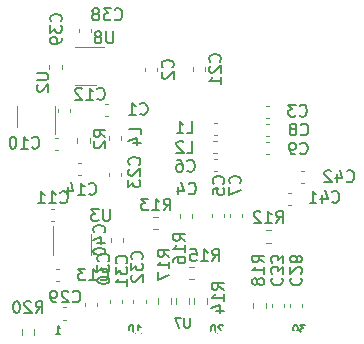
<source format=gbo>
G04 #@! TF.GenerationSoftware,KiCad,Pcbnew,(5.1.12)-1*
G04 #@! TF.CreationDate,2022-01-26T09:33:24+03:00*
G04 #@! TF.ProjectId,d_watch_v2,645f7761-7463-4685-9f76-322e6b696361,rev?*
G04 #@! TF.SameCoordinates,Original*
G04 #@! TF.FileFunction,Legend,Bot*
G04 #@! TF.FilePolarity,Positive*
%FSLAX46Y46*%
G04 Gerber Fmt 4.6, Leading zero omitted, Abs format (unit mm)*
G04 Created by KiCad (PCBNEW (5.1.12)-1) date 2022-01-26 09:33:24*
%MOMM*%
%LPD*%
G01*
G04 APERTURE LIST*
%ADD10C,0.120000*%
%ADD11C,0.150000*%
%ADD12O,0.950000X0.950000*%
%ADD13O,1.800000X1.800000*%
G04 APERTURE END LIST*
D10*
X105790000Y-33790000D02*
X108240000Y-33790000D01*
X107590000Y-37010000D02*
X105790000Y-37010000D01*
X103940000Y-51440000D02*
X103940000Y-48990000D01*
X107160000Y-49640000D02*
X107160000Y-51440000D01*
X104070000Y-38770000D02*
X104070000Y-41220000D01*
X100850000Y-40570000D02*
X100850000Y-38770000D01*
X124924420Y-44300000D02*
X125205580Y-44300000D01*
X124924420Y-45320000D02*
X125205580Y-45320000D01*
X123824420Y-46180000D02*
X124105580Y-46180000D01*
X123824420Y-47200000D02*
X124105580Y-47200000D01*
X109830000Y-50024420D02*
X109830000Y-50305580D01*
X108810000Y-50024420D02*
X108810000Y-50305580D01*
X103630000Y-35374420D02*
X103630000Y-35655580D01*
X104650000Y-35374420D02*
X104650000Y-35655580D01*
X107110000Y-32555580D02*
X107110000Y-32274420D01*
X106090000Y-32555580D02*
X106090000Y-32274420D01*
X104045580Y-47510000D02*
X103764420Y-47510000D01*
X104045580Y-48530000D02*
X103764420Y-48530000D01*
X106335580Y-44640000D02*
X106054420Y-44640000D01*
X106335580Y-43620000D02*
X106054420Y-43620000D01*
X105370000Y-39024420D02*
X105370000Y-39305580D01*
X104350000Y-39024420D02*
X104350000Y-39305580D01*
X104054420Y-41520000D02*
X104335580Y-41520000D01*
X104054420Y-42540000D02*
X104335580Y-42540000D01*
X102312500Y-57732742D02*
X102312500Y-58207258D01*
X101267500Y-57732742D02*
X101267500Y-58207258D01*
X120877500Y-55952258D02*
X120877500Y-55477742D01*
X121922500Y-55952258D02*
X121922500Y-55477742D01*
X112837500Y-55562258D02*
X112837500Y-55087742D01*
X113882500Y-55562258D02*
X113882500Y-55087742D01*
X114367500Y-55562258D02*
X114367500Y-55087742D01*
X115412500Y-55562258D02*
X115412500Y-55087742D01*
X115427742Y-52447500D02*
X115902258Y-52447500D01*
X115427742Y-53492500D02*
X115902258Y-53492500D01*
X115897500Y-55562258D02*
X115897500Y-55087742D01*
X116942500Y-55562258D02*
X116942500Y-55087742D01*
X112837258Y-49252500D02*
X112362742Y-49252500D01*
X112837258Y-48207500D02*
X112362742Y-48207500D01*
X121922742Y-49347500D02*
X122397258Y-49347500D01*
X121922742Y-50392500D02*
X122397258Y-50392500D01*
X105997500Y-41962258D02*
X105997500Y-41487742D01*
X107042500Y-41962258D02*
X107042500Y-41487742D01*
X109700000Y-41379721D02*
X109700000Y-41705279D01*
X108680000Y-41379721D02*
X108680000Y-41705279D01*
X117840279Y-42810000D02*
X117514721Y-42810000D01*
X117840279Y-41790000D02*
X117514721Y-41790000D01*
X117519721Y-40240000D02*
X117845279Y-40240000D01*
X117519721Y-41260000D02*
X117845279Y-41260000D01*
X122430000Y-55865580D02*
X122430000Y-55584420D01*
X123450000Y-55865580D02*
X123450000Y-55584420D01*
X110740000Y-55505580D02*
X110740000Y-55224420D01*
X111760000Y-55505580D02*
X111760000Y-55224420D01*
X108770000Y-55495580D02*
X108770000Y-55214420D01*
X109790000Y-55495580D02*
X109790000Y-55214420D01*
X106650000Y-55775580D02*
X106650000Y-55494420D01*
X107670000Y-55775580D02*
X107670000Y-55494420D01*
X104744420Y-55870000D02*
X105025580Y-55870000D01*
X104744420Y-56890000D02*
X105025580Y-56890000D01*
X123960000Y-55865580D02*
X123960000Y-55584420D01*
X124980000Y-55865580D02*
X124980000Y-55584420D01*
X109710000Y-44459420D02*
X109710000Y-44740580D01*
X108690000Y-44459420D02*
X108690000Y-44740580D01*
X115740000Y-35830580D02*
X115740000Y-35549420D01*
X116760000Y-35830580D02*
X116760000Y-35549420D01*
X104425580Y-53640000D02*
X104144420Y-53640000D01*
X104425580Y-52620000D02*
X104144420Y-52620000D01*
X121954420Y-41890000D02*
X122235580Y-41890000D01*
X121954420Y-42910000D02*
X122235580Y-42910000D01*
X121954420Y-40350000D02*
X122235580Y-40350000D01*
X121954420Y-41370000D02*
X122235580Y-41370000D01*
X119950000Y-47964420D02*
X119950000Y-48245580D01*
X118930000Y-47964420D02*
X118930000Y-48245580D01*
X117815580Y-44340000D02*
X117534420Y-44340000D01*
X117815580Y-43320000D02*
X117534420Y-43320000D01*
X118380000Y-47954420D02*
X118380000Y-48235580D01*
X117360000Y-47954420D02*
X117360000Y-48235580D01*
X115660000Y-47974420D02*
X115660000Y-48255580D01*
X114640000Y-47974420D02*
X114640000Y-48255580D01*
X121934420Y-38770000D02*
X122215580Y-38770000D01*
X121934420Y-39790000D02*
X122215580Y-39790000D01*
X111740000Y-35855580D02*
X111740000Y-35574420D01*
X112760000Y-35855580D02*
X112760000Y-35574420D01*
X108585580Y-39690000D02*
X108304420Y-39690000D01*
X108585580Y-38670000D02*
X108304420Y-38670000D01*
D11*
X115489925Y-56798803D02*
X115489925Y-57436224D01*
X115452430Y-57511215D01*
X115414934Y-57548710D01*
X115339944Y-57586205D01*
X115189962Y-57586205D01*
X115114972Y-57548710D01*
X115077476Y-57511215D01*
X115039981Y-57436224D01*
X115039981Y-56798803D01*
X114740018Y-56798803D02*
X114215084Y-56798803D01*
X114552542Y-57586205D01*
X125268095Y-57349523D02*
X124871904Y-57349523D01*
X125085238Y-57593333D01*
X124993809Y-57593333D01*
X124932857Y-57623809D01*
X124902380Y-57654285D01*
X124871904Y-57715238D01*
X124871904Y-57867619D01*
X124902380Y-57928571D01*
X124932857Y-57959047D01*
X124993809Y-57989523D01*
X125176666Y-57989523D01*
X125237619Y-57959047D01*
X125268095Y-57928571D01*
X124475714Y-57349523D02*
X124414761Y-57349523D01*
X124353809Y-57380000D01*
X124323333Y-57410476D01*
X124292857Y-57471428D01*
X124262380Y-57593333D01*
X124262380Y-57745714D01*
X124292857Y-57867619D01*
X124323333Y-57928571D01*
X124353809Y-57959047D01*
X124414761Y-57989523D01*
X124475714Y-57989523D01*
X124536666Y-57959047D01*
X124567142Y-57928571D01*
X124597619Y-57867619D01*
X124628095Y-57745714D01*
X124628095Y-57593333D01*
X124597619Y-57471428D01*
X124567142Y-57410476D01*
X124536666Y-57380000D01*
X124475714Y-57349523D01*
X118287619Y-57410476D02*
X118257142Y-57380000D01*
X118196190Y-57349523D01*
X118043809Y-57349523D01*
X117982857Y-57380000D01*
X117952380Y-57410476D01*
X117921904Y-57471428D01*
X117921904Y-57532380D01*
X117952380Y-57623809D01*
X118318095Y-57989523D01*
X117921904Y-57989523D01*
X117525714Y-57349523D02*
X117464761Y-57349523D01*
X117403809Y-57380000D01*
X117373333Y-57410476D01*
X117342857Y-57471428D01*
X117312380Y-57593333D01*
X117312380Y-57745714D01*
X117342857Y-57867619D01*
X117373333Y-57928571D01*
X117403809Y-57959047D01*
X117464761Y-57989523D01*
X117525714Y-57989523D01*
X117586666Y-57959047D01*
X117617142Y-57928571D01*
X117647619Y-57867619D01*
X117678095Y-57745714D01*
X117678095Y-57593333D01*
X117647619Y-57471428D01*
X117617142Y-57410476D01*
X117586666Y-57380000D01*
X117525714Y-57349523D01*
X110971904Y-57989523D02*
X111337619Y-57989523D01*
X111154761Y-57989523D02*
X111154761Y-57349523D01*
X111215714Y-57440952D01*
X111276666Y-57501904D01*
X111337619Y-57532380D01*
X110575714Y-57349523D02*
X110514761Y-57349523D01*
X110453809Y-57380000D01*
X110423333Y-57410476D01*
X110392857Y-57471428D01*
X110362380Y-57593333D01*
X110362380Y-57745714D01*
X110392857Y-57867619D01*
X110423333Y-57928571D01*
X110453809Y-57959047D01*
X110514761Y-57989523D01*
X110575714Y-57989523D01*
X110636666Y-57959047D01*
X110667142Y-57928571D01*
X110697619Y-57867619D01*
X110728095Y-57745714D01*
X110728095Y-57593333D01*
X110697619Y-57471428D01*
X110667142Y-57410476D01*
X110636666Y-57380000D01*
X110575714Y-57349523D01*
X104167142Y-58089523D02*
X104532857Y-58089523D01*
X104350000Y-58089523D02*
X104350000Y-57449523D01*
X104410952Y-57540952D01*
X104471904Y-57601904D01*
X104532857Y-57632380D01*
X109021904Y-32502380D02*
X109021904Y-33311904D01*
X108974285Y-33407142D01*
X108926666Y-33454761D01*
X108831428Y-33502380D01*
X108640952Y-33502380D01*
X108545714Y-33454761D01*
X108498095Y-33407142D01*
X108450476Y-33311904D01*
X108450476Y-32502380D01*
X107831428Y-32930952D02*
X107926666Y-32883333D01*
X107974285Y-32835714D01*
X108021904Y-32740476D01*
X108021904Y-32692857D01*
X107974285Y-32597619D01*
X107926666Y-32550000D01*
X107831428Y-32502380D01*
X107640952Y-32502380D01*
X107545714Y-32550000D01*
X107498095Y-32597619D01*
X107450476Y-32692857D01*
X107450476Y-32740476D01*
X107498095Y-32835714D01*
X107545714Y-32883333D01*
X107640952Y-32930952D01*
X107831428Y-32930952D01*
X107926666Y-32978571D01*
X107974285Y-33026190D01*
X108021904Y-33121428D01*
X108021904Y-33311904D01*
X107974285Y-33407142D01*
X107926666Y-33454761D01*
X107831428Y-33502380D01*
X107640952Y-33502380D01*
X107545714Y-33454761D01*
X107498095Y-33407142D01*
X107450476Y-33311904D01*
X107450476Y-33121428D01*
X107498095Y-33026190D01*
X107545714Y-32978571D01*
X107640952Y-32930952D01*
X108731904Y-47552380D02*
X108731904Y-48361904D01*
X108684285Y-48457142D01*
X108636666Y-48504761D01*
X108541428Y-48552380D01*
X108350952Y-48552380D01*
X108255714Y-48504761D01*
X108208095Y-48457142D01*
X108160476Y-48361904D01*
X108160476Y-47552380D01*
X107779523Y-47552380D02*
X107160476Y-47552380D01*
X107493809Y-47933333D01*
X107350952Y-47933333D01*
X107255714Y-47980952D01*
X107208095Y-48028571D01*
X107160476Y-48123809D01*
X107160476Y-48361904D01*
X107208095Y-48457142D01*
X107255714Y-48504761D01*
X107350952Y-48552380D01*
X107636666Y-48552380D01*
X107731904Y-48504761D01*
X107779523Y-48457142D01*
X102532380Y-36018095D02*
X103341904Y-36018095D01*
X103437142Y-36065714D01*
X103484761Y-36113333D01*
X103532380Y-36208571D01*
X103532380Y-36399047D01*
X103484761Y-36494285D01*
X103437142Y-36541904D01*
X103341904Y-36589523D01*
X102532380Y-36589523D01*
X102627619Y-37018095D02*
X102580000Y-37065714D01*
X102532380Y-37160952D01*
X102532380Y-37399047D01*
X102580000Y-37494285D01*
X102627619Y-37541904D01*
X102722857Y-37589523D01*
X102818095Y-37589523D01*
X102960952Y-37541904D01*
X103532380Y-36970476D01*
X103532380Y-37589523D01*
X128812857Y-45167142D02*
X128860476Y-45214761D01*
X129003333Y-45262380D01*
X129098571Y-45262380D01*
X129241428Y-45214761D01*
X129336666Y-45119523D01*
X129384285Y-45024285D01*
X129431904Y-44833809D01*
X129431904Y-44690952D01*
X129384285Y-44500476D01*
X129336666Y-44405238D01*
X129241428Y-44310000D01*
X129098571Y-44262380D01*
X129003333Y-44262380D01*
X128860476Y-44310000D01*
X128812857Y-44357619D01*
X127955714Y-44595714D02*
X127955714Y-45262380D01*
X128193809Y-44214761D02*
X128431904Y-44929047D01*
X127812857Y-44929047D01*
X127479523Y-44357619D02*
X127431904Y-44310000D01*
X127336666Y-44262380D01*
X127098571Y-44262380D01*
X127003333Y-44310000D01*
X126955714Y-44357619D01*
X126908095Y-44452857D01*
X126908095Y-44548095D01*
X126955714Y-44690952D01*
X127527142Y-45262380D01*
X126908095Y-45262380D01*
X127562857Y-46907142D02*
X127610476Y-46954761D01*
X127753333Y-47002380D01*
X127848571Y-47002380D01*
X127991428Y-46954761D01*
X128086666Y-46859523D01*
X128134285Y-46764285D01*
X128181904Y-46573809D01*
X128181904Y-46430952D01*
X128134285Y-46240476D01*
X128086666Y-46145238D01*
X127991428Y-46050000D01*
X127848571Y-46002380D01*
X127753333Y-46002380D01*
X127610476Y-46050000D01*
X127562857Y-46097619D01*
X126705714Y-46335714D02*
X126705714Y-47002380D01*
X126943809Y-45954761D02*
X127181904Y-46669047D01*
X126562857Y-46669047D01*
X125658095Y-47002380D02*
X126229523Y-47002380D01*
X125943809Y-47002380D02*
X125943809Y-46002380D01*
X126039047Y-46145238D01*
X126134285Y-46240476D01*
X126229523Y-46288095D01*
X108247142Y-49522142D02*
X108294761Y-49474523D01*
X108342380Y-49331666D01*
X108342380Y-49236428D01*
X108294761Y-49093571D01*
X108199523Y-48998333D01*
X108104285Y-48950714D01*
X107913809Y-48903095D01*
X107770952Y-48903095D01*
X107580476Y-48950714D01*
X107485238Y-48998333D01*
X107390000Y-49093571D01*
X107342380Y-49236428D01*
X107342380Y-49331666D01*
X107390000Y-49474523D01*
X107437619Y-49522142D01*
X107675714Y-50379285D02*
X108342380Y-50379285D01*
X107294761Y-50141190D02*
X108009047Y-49903095D01*
X108009047Y-50522142D01*
X107342380Y-51093571D02*
X107342380Y-51188809D01*
X107390000Y-51284047D01*
X107437619Y-51331666D01*
X107532857Y-51379285D01*
X107723333Y-51426904D01*
X107961428Y-51426904D01*
X108151904Y-51379285D01*
X108247142Y-51331666D01*
X108294761Y-51284047D01*
X108342380Y-51188809D01*
X108342380Y-51093571D01*
X108294761Y-50998333D01*
X108247142Y-50950714D01*
X108151904Y-50903095D01*
X107961428Y-50855476D01*
X107723333Y-50855476D01*
X107532857Y-50903095D01*
X107437619Y-50950714D01*
X107390000Y-50998333D01*
X107342380Y-51093571D01*
X104587142Y-31647142D02*
X104634761Y-31599523D01*
X104682380Y-31456666D01*
X104682380Y-31361428D01*
X104634761Y-31218571D01*
X104539523Y-31123333D01*
X104444285Y-31075714D01*
X104253809Y-31028095D01*
X104110952Y-31028095D01*
X103920476Y-31075714D01*
X103825238Y-31123333D01*
X103730000Y-31218571D01*
X103682380Y-31361428D01*
X103682380Y-31456666D01*
X103730000Y-31599523D01*
X103777619Y-31647142D01*
X103682380Y-31980476D02*
X103682380Y-32599523D01*
X104063333Y-32266190D01*
X104063333Y-32409047D01*
X104110952Y-32504285D01*
X104158571Y-32551904D01*
X104253809Y-32599523D01*
X104491904Y-32599523D01*
X104587142Y-32551904D01*
X104634761Y-32504285D01*
X104682380Y-32409047D01*
X104682380Y-32123333D01*
X104634761Y-32028095D01*
X104587142Y-31980476D01*
X104682380Y-33075714D02*
X104682380Y-33266190D01*
X104634761Y-33361428D01*
X104587142Y-33409047D01*
X104444285Y-33504285D01*
X104253809Y-33551904D01*
X103872857Y-33551904D01*
X103777619Y-33504285D01*
X103730000Y-33456666D01*
X103682380Y-33361428D01*
X103682380Y-33170952D01*
X103730000Y-33075714D01*
X103777619Y-33028095D01*
X103872857Y-32980476D01*
X104110952Y-32980476D01*
X104206190Y-33028095D01*
X104253809Y-33075714D01*
X104301428Y-33170952D01*
X104301428Y-33361428D01*
X104253809Y-33456666D01*
X104206190Y-33504285D01*
X104110952Y-33551904D01*
X109162857Y-31457142D02*
X109210476Y-31504761D01*
X109353333Y-31552380D01*
X109448571Y-31552380D01*
X109591428Y-31504761D01*
X109686666Y-31409523D01*
X109734285Y-31314285D01*
X109781904Y-31123809D01*
X109781904Y-30980952D01*
X109734285Y-30790476D01*
X109686666Y-30695238D01*
X109591428Y-30600000D01*
X109448571Y-30552380D01*
X109353333Y-30552380D01*
X109210476Y-30600000D01*
X109162857Y-30647619D01*
X108829523Y-30552380D02*
X108210476Y-30552380D01*
X108543809Y-30933333D01*
X108400952Y-30933333D01*
X108305714Y-30980952D01*
X108258095Y-31028571D01*
X108210476Y-31123809D01*
X108210476Y-31361904D01*
X108258095Y-31457142D01*
X108305714Y-31504761D01*
X108400952Y-31552380D01*
X108686666Y-31552380D01*
X108781904Y-31504761D01*
X108829523Y-31457142D01*
X107639047Y-30980952D02*
X107734285Y-30933333D01*
X107781904Y-30885714D01*
X107829523Y-30790476D01*
X107829523Y-30742857D01*
X107781904Y-30647619D01*
X107734285Y-30600000D01*
X107639047Y-30552380D01*
X107448571Y-30552380D01*
X107353333Y-30600000D01*
X107305714Y-30647619D01*
X107258095Y-30742857D01*
X107258095Y-30790476D01*
X107305714Y-30885714D01*
X107353333Y-30933333D01*
X107448571Y-30980952D01*
X107639047Y-30980952D01*
X107734285Y-31028571D01*
X107781904Y-31076190D01*
X107829523Y-31171428D01*
X107829523Y-31361904D01*
X107781904Y-31457142D01*
X107734285Y-31504761D01*
X107639047Y-31552380D01*
X107448571Y-31552380D01*
X107353333Y-31504761D01*
X107305714Y-31457142D01*
X107258095Y-31361904D01*
X107258095Y-31171428D01*
X107305714Y-31076190D01*
X107353333Y-31028571D01*
X107448571Y-30980952D01*
X104547857Y-46947142D02*
X104595476Y-46994761D01*
X104738333Y-47042380D01*
X104833571Y-47042380D01*
X104976428Y-46994761D01*
X105071666Y-46899523D01*
X105119285Y-46804285D01*
X105166904Y-46613809D01*
X105166904Y-46470952D01*
X105119285Y-46280476D01*
X105071666Y-46185238D01*
X104976428Y-46090000D01*
X104833571Y-46042380D01*
X104738333Y-46042380D01*
X104595476Y-46090000D01*
X104547857Y-46137619D01*
X103595476Y-47042380D02*
X104166904Y-47042380D01*
X103881190Y-47042380D02*
X103881190Y-46042380D01*
X103976428Y-46185238D01*
X104071666Y-46280476D01*
X104166904Y-46328095D01*
X102643095Y-47042380D02*
X103214523Y-47042380D01*
X102928809Y-47042380D02*
X102928809Y-46042380D01*
X103024047Y-46185238D01*
X103119285Y-46280476D01*
X103214523Y-46328095D01*
X106982857Y-46227142D02*
X107030476Y-46274761D01*
X107173333Y-46322380D01*
X107268571Y-46322380D01*
X107411428Y-46274761D01*
X107506666Y-46179523D01*
X107554285Y-46084285D01*
X107601904Y-45893809D01*
X107601904Y-45750952D01*
X107554285Y-45560476D01*
X107506666Y-45465238D01*
X107411428Y-45370000D01*
X107268571Y-45322380D01*
X107173333Y-45322380D01*
X107030476Y-45370000D01*
X106982857Y-45417619D01*
X106030476Y-46322380D02*
X106601904Y-46322380D01*
X106316190Y-46322380D02*
X106316190Y-45322380D01*
X106411428Y-45465238D01*
X106506666Y-45560476D01*
X106601904Y-45608095D01*
X105173333Y-45655714D02*
X105173333Y-46322380D01*
X105411428Y-45274761D02*
X105649523Y-45989047D01*
X105030476Y-45989047D01*
X107692857Y-38187142D02*
X107740476Y-38234761D01*
X107883333Y-38282380D01*
X107978571Y-38282380D01*
X108121428Y-38234761D01*
X108216666Y-38139523D01*
X108264285Y-38044285D01*
X108311904Y-37853809D01*
X108311904Y-37710952D01*
X108264285Y-37520476D01*
X108216666Y-37425238D01*
X108121428Y-37330000D01*
X107978571Y-37282380D01*
X107883333Y-37282380D01*
X107740476Y-37330000D01*
X107692857Y-37377619D01*
X106740476Y-38282380D02*
X107311904Y-38282380D01*
X107026190Y-38282380D02*
X107026190Y-37282380D01*
X107121428Y-37425238D01*
X107216666Y-37520476D01*
X107311904Y-37568095D01*
X106359523Y-37377619D02*
X106311904Y-37330000D01*
X106216666Y-37282380D01*
X105978571Y-37282380D01*
X105883333Y-37330000D01*
X105835714Y-37377619D01*
X105788095Y-37472857D01*
X105788095Y-37568095D01*
X105835714Y-37710952D01*
X106407142Y-38282380D01*
X105788095Y-38282380D01*
X102152857Y-42317142D02*
X102200476Y-42364761D01*
X102343333Y-42412380D01*
X102438571Y-42412380D01*
X102581428Y-42364761D01*
X102676666Y-42269523D01*
X102724285Y-42174285D01*
X102771904Y-41983809D01*
X102771904Y-41840952D01*
X102724285Y-41650476D01*
X102676666Y-41555238D01*
X102581428Y-41460000D01*
X102438571Y-41412380D01*
X102343333Y-41412380D01*
X102200476Y-41460000D01*
X102152857Y-41507619D01*
X101200476Y-42412380D02*
X101771904Y-42412380D01*
X101486190Y-42412380D02*
X101486190Y-41412380D01*
X101581428Y-41555238D01*
X101676666Y-41650476D01*
X101771904Y-41698095D01*
X100581428Y-41412380D02*
X100486190Y-41412380D01*
X100390952Y-41460000D01*
X100343333Y-41507619D01*
X100295714Y-41602857D01*
X100248095Y-41793333D01*
X100248095Y-42031428D01*
X100295714Y-42221904D01*
X100343333Y-42317142D01*
X100390952Y-42364761D01*
X100486190Y-42412380D01*
X100581428Y-42412380D01*
X100676666Y-42364761D01*
X100724285Y-42317142D01*
X100771904Y-42221904D01*
X100819523Y-42031428D01*
X100819523Y-41793333D01*
X100771904Y-41602857D01*
X100724285Y-41507619D01*
X100676666Y-41460000D01*
X100581428Y-41412380D01*
X102452857Y-56342380D02*
X102786190Y-55866190D01*
X103024285Y-56342380D02*
X103024285Y-55342380D01*
X102643333Y-55342380D01*
X102548095Y-55390000D01*
X102500476Y-55437619D01*
X102452857Y-55532857D01*
X102452857Y-55675714D01*
X102500476Y-55770952D01*
X102548095Y-55818571D01*
X102643333Y-55866190D01*
X103024285Y-55866190D01*
X102071904Y-55437619D02*
X102024285Y-55390000D01*
X101929047Y-55342380D01*
X101690952Y-55342380D01*
X101595714Y-55390000D01*
X101548095Y-55437619D01*
X101500476Y-55532857D01*
X101500476Y-55628095D01*
X101548095Y-55770952D01*
X102119523Y-56342380D01*
X101500476Y-56342380D01*
X100881428Y-55342380D02*
X100786190Y-55342380D01*
X100690952Y-55390000D01*
X100643333Y-55437619D01*
X100595714Y-55532857D01*
X100548095Y-55723333D01*
X100548095Y-55961428D01*
X100595714Y-56151904D01*
X100643333Y-56247142D01*
X100690952Y-56294761D01*
X100786190Y-56342380D01*
X100881428Y-56342380D01*
X100976666Y-56294761D01*
X101024285Y-56247142D01*
X101071904Y-56151904D01*
X101119523Y-55961428D01*
X101119523Y-55723333D01*
X101071904Y-55532857D01*
X101024285Y-55437619D01*
X100976666Y-55390000D01*
X100881428Y-55342380D01*
X121802380Y-52057142D02*
X121326190Y-51723809D01*
X121802380Y-51485714D02*
X120802380Y-51485714D01*
X120802380Y-51866666D01*
X120850000Y-51961904D01*
X120897619Y-52009523D01*
X120992857Y-52057142D01*
X121135714Y-52057142D01*
X121230952Y-52009523D01*
X121278571Y-51961904D01*
X121326190Y-51866666D01*
X121326190Y-51485714D01*
X121802380Y-53009523D02*
X121802380Y-52438095D01*
X121802380Y-52723809D02*
X120802380Y-52723809D01*
X120945238Y-52628571D01*
X121040476Y-52533333D01*
X121088095Y-52438095D01*
X121230952Y-53580952D02*
X121183333Y-53485714D01*
X121135714Y-53438095D01*
X121040476Y-53390476D01*
X120992857Y-53390476D01*
X120897619Y-53438095D01*
X120850000Y-53485714D01*
X120802380Y-53580952D01*
X120802380Y-53771428D01*
X120850000Y-53866666D01*
X120897619Y-53914285D01*
X120992857Y-53961904D01*
X121040476Y-53961904D01*
X121135714Y-53914285D01*
X121183333Y-53866666D01*
X121230952Y-53771428D01*
X121230952Y-53580952D01*
X121278571Y-53485714D01*
X121326190Y-53438095D01*
X121421428Y-53390476D01*
X121611904Y-53390476D01*
X121707142Y-53438095D01*
X121754761Y-53485714D01*
X121802380Y-53580952D01*
X121802380Y-53771428D01*
X121754761Y-53866666D01*
X121707142Y-53914285D01*
X121611904Y-53961904D01*
X121421428Y-53961904D01*
X121326190Y-53914285D01*
X121278571Y-53866666D01*
X121230952Y-53771428D01*
X113782380Y-51597142D02*
X113306190Y-51263809D01*
X113782380Y-51025714D02*
X112782380Y-51025714D01*
X112782380Y-51406666D01*
X112830000Y-51501904D01*
X112877619Y-51549523D01*
X112972857Y-51597142D01*
X113115714Y-51597142D01*
X113210952Y-51549523D01*
X113258571Y-51501904D01*
X113306190Y-51406666D01*
X113306190Y-51025714D01*
X113782380Y-52549523D02*
X113782380Y-51978095D01*
X113782380Y-52263809D02*
X112782380Y-52263809D01*
X112925238Y-52168571D01*
X113020476Y-52073333D01*
X113068095Y-51978095D01*
X112782380Y-52882857D02*
X112782380Y-53549523D01*
X113782380Y-53120952D01*
X115122380Y-50227142D02*
X114646190Y-49893809D01*
X115122380Y-49655714D02*
X114122380Y-49655714D01*
X114122380Y-50036666D01*
X114170000Y-50131904D01*
X114217619Y-50179523D01*
X114312857Y-50227142D01*
X114455714Y-50227142D01*
X114550952Y-50179523D01*
X114598571Y-50131904D01*
X114646190Y-50036666D01*
X114646190Y-49655714D01*
X115122380Y-51179523D02*
X115122380Y-50608095D01*
X115122380Y-50893809D02*
X114122380Y-50893809D01*
X114265238Y-50798571D01*
X114360476Y-50703333D01*
X114408095Y-50608095D01*
X114122380Y-52036666D02*
X114122380Y-51846190D01*
X114170000Y-51750952D01*
X114217619Y-51703333D01*
X114360476Y-51608095D01*
X114550952Y-51560476D01*
X114931904Y-51560476D01*
X115027142Y-51608095D01*
X115074761Y-51655714D01*
X115122380Y-51750952D01*
X115122380Y-51941428D01*
X115074761Y-52036666D01*
X115027142Y-52084285D01*
X114931904Y-52131904D01*
X114693809Y-52131904D01*
X114598571Y-52084285D01*
X114550952Y-52036666D01*
X114503333Y-51941428D01*
X114503333Y-51750952D01*
X114550952Y-51655714D01*
X114598571Y-51608095D01*
X114693809Y-51560476D01*
X117412857Y-51932380D02*
X117746190Y-51456190D01*
X117984285Y-51932380D02*
X117984285Y-50932380D01*
X117603333Y-50932380D01*
X117508095Y-50980000D01*
X117460476Y-51027619D01*
X117412857Y-51122857D01*
X117412857Y-51265714D01*
X117460476Y-51360952D01*
X117508095Y-51408571D01*
X117603333Y-51456190D01*
X117984285Y-51456190D01*
X116460476Y-51932380D02*
X117031904Y-51932380D01*
X116746190Y-51932380D02*
X116746190Y-50932380D01*
X116841428Y-51075238D01*
X116936666Y-51170476D01*
X117031904Y-51218095D01*
X115555714Y-50932380D02*
X116031904Y-50932380D01*
X116079523Y-51408571D01*
X116031904Y-51360952D01*
X115936666Y-51313333D01*
X115698571Y-51313333D01*
X115603333Y-51360952D01*
X115555714Y-51408571D01*
X115508095Y-51503809D01*
X115508095Y-51741904D01*
X115555714Y-51837142D01*
X115603333Y-51884761D01*
X115698571Y-51932380D01*
X115936666Y-51932380D01*
X116031904Y-51884761D01*
X116079523Y-51837142D01*
X118372380Y-54367142D02*
X117896190Y-54033809D01*
X118372380Y-53795714D02*
X117372380Y-53795714D01*
X117372380Y-54176666D01*
X117420000Y-54271904D01*
X117467619Y-54319523D01*
X117562857Y-54367142D01*
X117705714Y-54367142D01*
X117800952Y-54319523D01*
X117848571Y-54271904D01*
X117896190Y-54176666D01*
X117896190Y-53795714D01*
X118372380Y-55319523D02*
X118372380Y-54748095D01*
X118372380Y-55033809D02*
X117372380Y-55033809D01*
X117515238Y-54938571D01*
X117610476Y-54843333D01*
X117658095Y-54748095D01*
X117705714Y-56176666D02*
X118372380Y-56176666D01*
X117324761Y-55938571D02*
X118039047Y-55700476D01*
X118039047Y-56319523D01*
X113292857Y-47652380D02*
X113626190Y-47176190D01*
X113864285Y-47652380D02*
X113864285Y-46652380D01*
X113483333Y-46652380D01*
X113388095Y-46700000D01*
X113340476Y-46747619D01*
X113292857Y-46842857D01*
X113292857Y-46985714D01*
X113340476Y-47080952D01*
X113388095Y-47128571D01*
X113483333Y-47176190D01*
X113864285Y-47176190D01*
X112340476Y-47652380D02*
X112911904Y-47652380D01*
X112626190Y-47652380D02*
X112626190Y-46652380D01*
X112721428Y-46795238D01*
X112816666Y-46890476D01*
X112911904Y-46938095D01*
X112007142Y-46652380D02*
X111388095Y-46652380D01*
X111721428Y-47033333D01*
X111578571Y-47033333D01*
X111483333Y-47080952D01*
X111435714Y-47128571D01*
X111388095Y-47223809D01*
X111388095Y-47461904D01*
X111435714Y-47557142D01*
X111483333Y-47604761D01*
X111578571Y-47652380D01*
X111864285Y-47652380D01*
X111959523Y-47604761D01*
X112007142Y-47557142D01*
X122822857Y-48712380D02*
X123156190Y-48236190D01*
X123394285Y-48712380D02*
X123394285Y-47712380D01*
X123013333Y-47712380D01*
X122918095Y-47760000D01*
X122870476Y-47807619D01*
X122822857Y-47902857D01*
X122822857Y-48045714D01*
X122870476Y-48140952D01*
X122918095Y-48188571D01*
X123013333Y-48236190D01*
X123394285Y-48236190D01*
X121870476Y-48712380D02*
X122441904Y-48712380D01*
X122156190Y-48712380D02*
X122156190Y-47712380D01*
X122251428Y-47855238D01*
X122346666Y-47950476D01*
X122441904Y-47998095D01*
X121489523Y-47807619D02*
X121441904Y-47760000D01*
X121346666Y-47712380D01*
X121108571Y-47712380D01*
X121013333Y-47760000D01*
X120965714Y-47807619D01*
X120918095Y-47902857D01*
X120918095Y-47998095D01*
X120965714Y-48140952D01*
X121537142Y-48712380D01*
X120918095Y-48712380D01*
X108362380Y-41423333D02*
X107886190Y-41090000D01*
X108362380Y-40851904D02*
X107362380Y-40851904D01*
X107362380Y-41232857D01*
X107410000Y-41328095D01*
X107457619Y-41375714D01*
X107552857Y-41423333D01*
X107695714Y-41423333D01*
X107790952Y-41375714D01*
X107838571Y-41328095D01*
X107886190Y-41232857D01*
X107886190Y-40851904D01*
X107457619Y-41804285D02*
X107410000Y-41851904D01*
X107362380Y-41947142D01*
X107362380Y-42185238D01*
X107410000Y-42280476D01*
X107457619Y-42328095D01*
X107552857Y-42375714D01*
X107648095Y-42375714D01*
X107790952Y-42328095D01*
X108362380Y-41756666D01*
X108362380Y-42375714D01*
X111342380Y-41223333D02*
X111342380Y-40747142D01*
X110342380Y-40747142D01*
X110675714Y-41985238D02*
X111342380Y-41985238D01*
X110294761Y-41747142D02*
X111009047Y-41509047D01*
X111009047Y-42128095D01*
X115236666Y-42772380D02*
X115712857Y-42772380D01*
X115712857Y-41772380D01*
X114950952Y-41867619D02*
X114903333Y-41820000D01*
X114808095Y-41772380D01*
X114570000Y-41772380D01*
X114474761Y-41820000D01*
X114427142Y-41867619D01*
X114379523Y-41962857D01*
X114379523Y-42058095D01*
X114427142Y-42200952D01*
X114998571Y-42772380D01*
X114379523Y-42772380D01*
X115256666Y-41112380D02*
X115732857Y-41112380D01*
X115732857Y-40112380D01*
X114399523Y-41112380D02*
X114970952Y-41112380D01*
X114685238Y-41112380D02*
X114685238Y-40112380D01*
X114780476Y-40255238D01*
X114875714Y-40350476D01*
X114970952Y-40398095D01*
X122492857Y-53382857D02*
X122445238Y-53430476D01*
X122397619Y-53573333D01*
X122397619Y-53668571D01*
X122445238Y-53811428D01*
X122540476Y-53906666D01*
X122635714Y-53954285D01*
X122826190Y-54001904D01*
X122969047Y-54001904D01*
X123159523Y-53954285D01*
X123254761Y-53906666D01*
X123350000Y-53811428D01*
X123397619Y-53668571D01*
X123397619Y-53573333D01*
X123350000Y-53430476D01*
X123302380Y-53382857D01*
X123397619Y-53049523D02*
X123397619Y-52430476D01*
X123016666Y-52763809D01*
X123016666Y-52620952D01*
X122969047Y-52525714D01*
X122921428Y-52478095D01*
X122826190Y-52430476D01*
X122588095Y-52430476D01*
X122492857Y-52478095D01*
X122445238Y-52525714D01*
X122397619Y-52620952D01*
X122397619Y-52906666D01*
X122445238Y-53001904D01*
X122492857Y-53049523D01*
X123397619Y-52097142D02*
X123397619Y-51478095D01*
X123016666Y-51811428D01*
X123016666Y-51668571D01*
X122969047Y-51573333D01*
X122921428Y-51525714D01*
X122826190Y-51478095D01*
X122588095Y-51478095D01*
X122492857Y-51525714D01*
X122445238Y-51573333D01*
X122397619Y-51668571D01*
X122397619Y-51954285D01*
X122445238Y-52049523D01*
X122492857Y-52097142D01*
X111447142Y-51777142D02*
X111494761Y-51729523D01*
X111542380Y-51586666D01*
X111542380Y-51491428D01*
X111494761Y-51348571D01*
X111399523Y-51253333D01*
X111304285Y-51205714D01*
X111113809Y-51158095D01*
X110970952Y-51158095D01*
X110780476Y-51205714D01*
X110685238Y-51253333D01*
X110590000Y-51348571D01*
X110542380Y-51491428D01*
X110542380Y-51586666D01*
X110590000Y-51729523D01*
X110637619Y-51777142D01*
X110542380Y-52110476D02*
X110542380Y-52729523D01*
X110923333Y-52396190D01*
X110923333Y-52539047D01*
X110970952Y-52634285D01*
X111018571Y-52681904D01*
X111113809Y-52729523D01*
X111351904Y-52729523D01*
X111447142Y-52681904D01*
X111494761Y-52634285D01*
X111542380Y-52539047D01*
X111542380Y-52253333D01*
X111494761Y-52158095D01*
X111447142Y-52110476D01*
X110637619Y-53110476D02*
X110590000Y-53158095D01*
X110542380Y-53253333D01*
X110542380Y-53491428D01*
X110590000Y-53586666D01*
X110637619Y-53634285D01*
X110732857Y-53681904D01*
X110828095Y-53681904D01*
X110970952Y-53634285D01*
X111542380Y-53062857D01*
X111542380Y-53681904D01*
X110137142Y-52117142D02*
X110184761Y-52069523D01*
X110232380Y-51926666D01*
X110232380Y-51831428D01*
X110184761Y-51688571D01*
X110089523Y-51593333D01*
X109994285Y-51545714D01*
X109803809Y-51498095D01*
X109660952Y-51498095D01*
X109470476Y-51545714D01*
X109375238Y-51593333D01*
X109280000Y-51688571D01*
X109232380Y-51831428D01*
X109232380Y-51926666D01*
X109280000Y-52069523D01*
X109327619Y-52117142D01*
X109232380Y-52450476D02*
X109232380Y-53069523D01*
X109613333Y-52736190D01*
X109613333Y-52879047D01*
X109660952Y-52974285D01*
X109708571Y-53021904D01*
X109803809Y-53069523D01*
X110041904Y-53069523D01*
X110137142Y-53021904D01*
X110184761Y-52974285D01*
X110232380Y-52879047D01*
X110232380Y-52593333D01*
X110184761Y-52498095D01*
X110137142Y-52450476D01*
X110232380Y-54021904D02*
X110232380Y-53450476D01*
X110232380Y-53736190D02*
X109232380Y-53736190D01*
X109375238Y-53640952D01*
X109470476Y-53545714D01*
X109518095Y-53450476D01*
X108597142Y-51947142D02*
X108644761Y-51899523D01*
X108692380Y-51756666D01*
X108692380Y-51661428D01*
X108644761Y-51518571D01*
X108549523Y-51423333D01*
X108454285Y-51375714D01*
X108263809Y-51328095D01*
X108120952Y-51328095D01*
X107930476Y-51375714D01*
X107835238Y-51423333D01*
X107740000Y-51518571D01*
X107692380Y-51661428D01*
X107692380Y-51756666D01*
X107740000Y-51899523D01*
X107787619Y-51947142D01*
X107692380Y-52280476D02*
X107692380Y-52899523D01*
X108073333Y-52566190D01*
X108073333Y-52709047D01*
X108120952Y-52804285D01*
X108168571Y-52851904D01*
X108263809Y-52899523D01*
X108501904Y-52899523D01*
X108597142Y-52851904D01*
X108644761Y-52804285D01*
X108692380Y-52709047D01*
X108692380Y-52423333D01*
X108644761Y-52328095D01*
X108597142Y-52280476D01*
X107692380Y-53518571D02*
X107692380Y-53613809D01*
X107740000Y-53709047D01*
X107787619Y-53756666D01*
X107882857Y-53804285D01*
X108073333Y-53851904D01*
X108311428Y-53851904D01*
X108501904Y-53804285D01*
X108597142Y-53756666D01*
X108644761Y-53709047D01*
X108692380Y-53613809D01*
X108692380Y-53518571D01*
X108644761Y-53423333D01*
X108597142Y-53375714D01*
X108501904Y-53328095D01*
X108311428Y-53280476D01*
X108073333Y-53280476D01*
X107882857Y-53328095D01*
X107787619Y-53375714D01*
X107740000Y-53423333D01*
X107692380Y-53518571D01*
X105602857Y-55347142D02*
X105650476Y-55394761D01*
X105793333Y-55442380D01*
X105888571Y-55442380D01*
X106031428Y-55394761D01*
X106126666Y-55299523D01*
X106174285Y-55204285D01*
X106221904Y-55013809D01*
X106221904Y-54870952D01*
X106174285Y-54680476D01*
X106126666Y-54585238D01*
X106031428Y-54490000D01*
X105888571Y-54442380D01*
X105793333Y-54442380D01*
X105650476Y-54490000D01*
X105602857Y-54537619D01*
X105221904Y-54537619D02*
X105174285Y-54490000D01*
X105079047Y-54442380D01*
X104840952Y-54442380D01*
X104745714Y-54490000D01*
X104698095Y-54537619D01*
X104650476Y-54632857D01*
X104650476Y-54728095D01*
X104698095Y-54870952D01*
X105269523Y-55442380D01*
X104650476Y-55442380D01*
X104174285Y-55442380D02*
X103983809Y-55442380D01*
X103888571Y-55394761D01*
X103840952Y-55347142D01*
X103745714Y-55204285D01*
X103698095Y-55013809D01*
X103698095Y-54632857D01*
X103745714Y-54537619D01*
X103793333Y-54490000D01*
X103888571Y-54442380D01*
X104079047Y-54442380D01*
X104174285Y-54490000D01*
X104221904Y-54537619D01*
X104269523Y-54632857D01*
X104269523Y-54870952D01*
X104221904Y-54966190D01*
X104174285Y-55013809D01*
X104079047Y-55061428D01*
X103888571Y-55061428D01*
X103793333Y-55013809D01*
X103745714Y-54966190D01*
X103698095Y-54870952D01*
X124092857Y-53382857D02*
X124045238Y-53430476D01*
X123997619Y-53573333D01*
X123997619Y-53668571D01*
X124045238Y-53811428D01*
X124140476Y-53906666D01*
X124235714Y-53954285D01*
X124426190Y-54001904D01*
X124569047Y-54001904D01*
X124759523Y-53954285D01*
X124854761Y-53906666D01*
X124950000Y-53811428D01*
X124997619Y-53668571D01*
X124997619Y-53573333D01*
X124950000Y-53430476D01*
X124902380Y-53382857D01*
X124902380Y-53001904D02*
X124950000Y-52954285D01*
X124997619Y-52859047D01*
X124997619Y-52620952D01*
X124950000Y-52525714D01*
X124902380Y-52478095D01*
X124807142Y-52430476D01*
X124711904Y-52430476D01*
X124569047Y-52478095D01*
X123997619Y-53049523D01*
X123997619Y-52430476D01*
X124569047Y-51859047D02*
X124616666Y-51954285D01*
X124664285Y-52001904D01*
X124759523Y-52049523D01*
X124807142Y-52049523D01*
X124902380Y-52001904D01*
X124950000Y-51954285D01*
X124997619Y-51859047D01*
X124997619Y-51668571D01*
X124950000Y-51573333D01*
X124902380Y-51525714D01*
X124807142Y-51478095D01*
X124759523Y-51478095D01*
X124664285Y-51525714D01*
X124616666Y-51573333D01*
X124569047Y-51668571D01*
X124569047Y-51859047D01*
X124521428Y-51954285D01*
X124473809Y-52001904D01*
X124378571Y-52049523D01*
X124188095Y-52049523D01*
X124092857Y-52001904D01*
X124045238Y-51954285D01*
X123997619Y-51859047D01*
X123997619Y-51668571D01*
X124045238Y-51573333D01*
X124092857Y-51525714D01*
X124188095Y-51478095D01*
X124378571Y-51478095D01*
X124473809Y-51525714D01*
X124521428Y-51573333D01*
X124569047Y-51668571D01*
X111217142Y-43767142D02*
X111264761Y-43719523D01*
X111312380Y-43576666D01*
X111312380Y-43481428D01*
X111264761Y-43338571D01*
X111169523Y-43243333D01*
X111074285Y-43195714D01*
X110883809Y-43148095D01*
X110740952Y-43148095D01*
X110550476Y-43195714D01*
X110455238Y-43243333D01*
X110360000Y-43338571D01*
X110312380Y-43481428D01*
X110312380Y-43576666D01*
X110360000Y-43719523D01*
X110407619Y-43767142D01*
X110407619Y-44148095D02*
X110360000Y-44195714D01*
X110312380Y-44290952D01*
X110312380Y-44529047D01*
X110360000Y-44624285D01*
X110407619Y-44671904D01*
X110502857Y-44719523D01*
X110598095Y-44719523D01*
X110740952Y-44671904D01*
X111312380Y-44100476D01*
X111312380Y-44719523D01*
X110312380Y-45052857D02*
X110312380Y-45671904D01*
X110693333Y-45338571D01*
X110693333Y-45481428D01*
X110740952Y-45576666D01*
X110788571Y-45624285D01*
X110883809Y-45671904D01*
X111121904Y-45671904D01*
X111217142Y-45624285D01*
X111264761Y-45576666D01*
X111312380Y-45481428D01*
X111312380Y-45195714D01*
X111264761Y-45100476D01*
X111217142Y-45052857D01*
X118037142Y-35047142D02*
X118084761Y-34999523D01*
X118132380Y-34856666D01*
X118132380Y-34761428D01*
X118084761Y-34618571D01*
X117989523Y-34523333D01*
X117894285Y-34475714D01*
X117703809Y-34428095D01*
X117560952Y-34428095D01*
X117370476Y-34475714D01*
X117275238Y-34523333D01*
X117180000Y-34618571D01*
X117132380Y-34761428D01*
X117132380Y-34856666D01*
X117180000Y-34999523D01*
X117227619Y-35047142D01*
X117227619Y-35428095D02*
X117180000Y-35475714D01*
X117132380Y-35570952D01*
X117132380Y-35809047D01*
X117180000Y-35904285D01*
X117227619Y-35951904D01*
X117322857Y-35999523D01*
X117418095Y-35999523D01*
X117560952Y-35951904D01*
X118132380Y-35380476D01*
X118132380Y-35999523D01*
X118132380Y-36951904D02*
X118132380Y-36380476D01*
X118132380Y-36666190D02*
X117132380Y-36666190D01*
X117275238Y-36570952D01*
X117370476Y-36475714D01*
X117418095Y-36380476D01*
X107962857Y-53477142D02*
X108010476Y-53524761D01*
X108153333Y-53572380D01*
X108248571Y-53572380D01*
X108391428Y-53524761D01*
X108486666Y-53429523D01*
X108534285Y-53334285D01*
X108581904Y-53143809D01*
X108581904Y-53000952D01*
X108534285Y-52810476D01*
X108486666Y-52715238D01*
X108391428Y-52620000D01*
X108248571Y-52572380D01*
X108153333Y-52572380D01*
X108010476Y-52620000D01*
X107962857Y-52667619D01*
X107010476Y-53572380D02*
X107581904Y-53572380D01*
X107296190Y-53572380D02*
X107296190Y-52572380D01*
X107391428Y-52715238D01*
X107486666Y-52810476D01*
X107581904Y-52858095D01*
X106677142Y-52572380D02*
X106058095Y-52572380D01*
X106391428Y-52953333D01*
X106248571Y-52953333D01*
X106153333Y-53000952D01*
X106105714Y-53048571D01*
X106058095Y-53143809D01*
X106058095Y-53381904D01*
X106105714Y-53477142D01*
X106153333Y-53524761D01*
X106248571Y-53572380D01*
X106534285Y-53572380D01*
X106629523Y-53524761D01*
X106677142Y-53477142D01*
X124856666Y-42807142D02*
X124904285Y-42854761D01*
X125047142Y-42902380D01*
X125142380Y-42902380D01*
X125285238Y-42854761D01*
X125380476Y-42759523D01*
X125428095Y-42664285D01*
X125475714Y-42473809D01*
X125475714Y-42330952D01*
X125428095Y-42140476D01*
X125380476Y-42045238D01*
X125285238Y-41950000D01*
X125142380Y-41902380D01*
X125047142Y-41902380D01*
X124904285Y-41950000D01*
X124856666Y-41997619D01*
X124380476Y-42902380D02*
X124190000Y-42902380D01*
X124094761Y-42854761D01*
X124047142Y-42807142D01*
X123951904Y-42664285D01*
X123904285Y-42473809D01*
X123904285Y-42092857D01*
X123951904Y-41997619D01*
X123999523Y-41950000D01*
X124094761Y-41902380D01*
X124285238Y-41902380D01*
X124380476Y-41950000D01*
X124428095Y-41997619D01*
X124475714Y-42092857D01*
X124475714Y-42330952D01*
X124428095Y-42426190D01*
X124380476Y-42473809D01*
X124285238Y-42521428D01*
X124094761Y-42521428D01*
X123999523Y-42473809D01*
X123951904Y-42426190D01*
X123904285Y-42330952D01*
X124906666Y-41207142D02*
X124954285Y-41254761D01*
X125097142Y-41302380D01*
X125192380Y-41302380D01*
X125335238Y-41254761D01*
X125430476Y-41159523D01*
X125478095Y-41064285D01*
X125525714Y-40873809D01*
X125525714Y-40730952D01*
X125478095Y-40540476D01*
X125430476Y-40445238D01*
X125335238Y-40350000D01*
X125192380Y-40302380D01*
X125097142Y-40302380D01*
X124954285Y-40350000D01*
X124906666Y-40397619D01*
X124335238Y-40730952D02*
X124430476Y-40683333D01*
X124478095Y-40635714D01*
X124525714Y-40540476D01*
X124525714Y-40492857D01*
X124478095Y-40397619D01*
X124430476Y-40350000D01*
X124335238Y-40302380D01*
X124144761Y-40302380D01*
X124049523Y-40350000D01*
X124001904Y-40397619D01*
X123954285Y-40492857D01*
X123954285Y-40540476D01*
X124001904Y-40635714D01*
X124049523Y-40683333D01*
X124144761Y-40730952D01*
X124335238Y-40730952D01*
X124430476Y-40778571D01*
X124478095Y-40826190D01*
X124525714Y-40921428D01*
X124525714Y-41111904D01*
X124478095Y-41207142D01*
X124430476Y-41254761D01*
X124335238Y-41302380D01*
X124144761Y-41302380D01*
X124049523Y-41254761D01*
X124001904Y-41207142D01*
X123954285Y-41111904D01*
X123954285Y-40921428D01*
X124001904Y-40826190D01*
X124049523Y-40778571D01*
X124144761Y-40730952D01*
X119747142Y-45353333D02*
X119794761Y-45305714D01*
X119842380Y-45162857D01*
X119842380Y-45067619D01*
X119794761Y-44924761D01*
X119699523Y-44829523D01*
X119604285Y-44781904D01*
X119413809Y-44734285D01*
X119270952Y-44734285D01*
X119080476Y-44781904D01*
X118985238Y-44829523D01*
X118890000Y-44924761D01*
X118842380Y-45067619D01*
X118842380Y-45162857D01*
X118890000Y-45305714D01*
X118937619Y-45353333D01*
X118842380Y-45686666D02*
X118842380Y-46353333D01*
X119842380Y-45924761D01*
X115306666Y-44277142D02*
X115354285Y-44324761D01*
X115497142Y-44372380D01*
X115592380Y-44372380D01*
X115735238Y-44324761D01*
X115830476Y-44229523D01*
X115878095Y-44134285D01*
X115925714Y-43943809D01*
X115925714Y-43800952D01*
X115878095Y-43610476D01*
X115830476Y-43515238D01*
X115735238Y-43420000D01*
X115592380Y-43372380D01*
X115497142Y-43372380D01*
X115354285Y-43420000D01*
X115306666Y-43467619D01*
X114449523Y-43372380D02*
X114640000Y-43372380D01*
X114735238Y-43420000D01*
X114782857Y-43467619D01*
X114878095Y-43610476D01*
X114925714Y-43800952D01*
X114925714Y-44181904D01*
X114878095Y-44277142D01*
X114830476Y-44324761D01*
X114735238Y-44372380D01*
X114544761Y-44372380D01*
X114449523Y-44324761D01*
X114401904Y-44277142D01*
X114354285Y-44181904D01*
X114354285Y-43943809D01*
X114401904Y-43848571D01*
X114449523Y-43800952D01*
X114544761Y-43753333D01*
X114735238Y-43753333D01*
X114830476Y-43800952D01*
X114878095Y-43848571D01*
X114925714Y-43943809D01*
X118347142Y-45383333D02*
X118394761Y-45335714D01*
X118442380Y-45192857D01*
X118442380Y-45097619D01*
X118394761Y-44954761D01*
X118299523Y-44859523D01*
X118204285Y-44811904D01*
X118013809Y-44764285D01*
X117870952Y-44764285D01*
X117680476Y-44811904D01*
X117585238Y-44859523D01*
X117490000Y-44954761D01*
X117442380Y-45097619D01*
X117442380Y-45192857D01*
X117490000Y-45335714D01*
X117537619Y-45383333D01*
X117442380Y-46288095D02*
X117442380Y-45811904D01*
X117918571Y-45764285D01*
X117870952Y-45811904D01*
X117823333Y-45907142D01*
X117823333Y-46145238D01*
X117870952Y-46240476D01*
X117918571Y-46288095D01*
X118013809Y-46335714D01*
X118251904Y-46335714D01*
X118347142Y-46288095D01*
X118394761Y-46240476D01*
X118442380Y-46145238D01*
X118442380Y-45907142D01*
X118394761Y-45811904D01*
X118347142Y-45764285D01*
X115406666Y-46207142D02*
X115454285Y-46254761D01*
X115597142Y-46302380D01*
X115692380Y-46302380D01*
X115835238Y-46254761D01*
X115930476Y-46159523D01*
X115978095Y-46064285D01*
X116025714Y-45873809D01*
X116025714Y-45730952D01*
X115978095Y-45540476D01*
X115930476Y-45445238D01*
X115835238Y-45350000D01*
X115692380Y-45302380D01*
X115597142Y-45302380D01*
X115454285Y-45350000D01*
X115406666Y-45397619D01*
X114549523Y-45635714D02*
X114549523Y-46302380D01*
X114787619Y-45254761D02*
X115025714Y-45969047D01*
X114406666Y-45969047D01*
X124816666Y-39607142D02*
X124864285Y-39654761D01*
X125007142Y-39702380D01*
X125102380Y-39702380D01*
X125245238Y-39654761D01*
X125340476Y-39559523D01*
X125388095Y-39464285D01*
X125435714Y-39273809D01*
X125435714Y-39130952D01*
X125388095Y-38940476D01*
X125340476Y-38845238D01*
X125245238Y-38750000D01*
X125102380Y-38702380D01*
X125007142Y-38702380D01*
X124864285Y-38750000D01*
X124816666Y-38797619D01*
X124483333Y-38702380D02*
X123864285Y-38702380D01*
X124197619Y-39083333D01*
X124054761Y-39083333D01*
X123959523Y-39130952D01*
X123911904Y-39178571D01*
X123864285Y-39273809D01*
X123864285Y-39511904D01*
X123911904Y-39607142D01*
X123959523Y-39654761D01*
X124054761Y-39702380D01*
X124340476Y-39702380D01*
X124435714Y-39654761D01*
X124483333Y-39607142D01*
X114037142Y-35548333D02*
X114084761Y-35500714D01*
X114132380Y-35357857D01*
X114132380Y-35262619D01*
X114084761Y-35119761D01*
X113989523Y-35024523D01*
X113894285Y-34976904D01*
X113703809Y-34929285D01*
X113560952Y-34929285D01*
X113370476Y-34976904D01*
X113275238Y-35024523D01*
X113180000Y-35119761D01*
X113132380Y-35262619D01*
X113132380Y-35357857D01*
X113180000Y-35500714D01*
X113227619Y-35548333D01*
X113227619Y-35929285D02*
X113180000Y-35976904D01*
X113132380Y-36072142D01*
X113132380Y-36310238D01*
X113180000Y-36405476D01*
X113227619Y-36453095D01*
X113322857Y-36500714D01*
X113418095Y-36500714D01*
X113560952Y-36453095D01*
X114132380Y-35881666D01*
X114132380Y-36500714D01*
X111316666Y-39447142D02*
X111364285Y-39494761D01*
X111507142Y-39542380D01*
X111602380Y-39542380D01*
X111745238Y-39494761D01*
X111840476Y-39399523D01*
X111888095Y-39304285D01*
X111935714Y-39113809D01*
X111935714Y-38970952D01*
X111888095Y-38780476D01*
X111840476Y-38685238D01*
X111745238Y-38590000D01*
X111602380Y-38542380D01*
X111507142Y-38542380D01*
X111364285Y-38590000D01*
X111316666Y-38637619D01*
X110364285Y-39542380D02*
X110935714Y-39542380D01*
X110650000Y-39542380D02*
X110650000Y-38542380D01*
X110745238Y-38685238D01*
X110840476Y-38780476D01*
X110935714Y-38828095D01*
%LPC*%
G36*
G01*
X124925000Y-59550000D02*
X124925000Y-57950000D01*
G75*
G02*
X124975000Y-57900000I50000J0D01*
G01*
X125325000Y-57900000D01*
G75*
G02*
X125375000Y-57950000I0J-50000D01*
G01*
X125375000Y-59550000D01*
G75*
G02*
X125325000Y-59600000I-50000J0D01*
G01*
X124975000Y-59600000D01*
G75*
G02*
X124925000Y-59550000I0J50000D01*
G01*
G37*
G36*
G01*
X124225000Y-59550000D02*
X124225000Y-57950000D01*
G75*
G02*
X124275000Y-57900000I50000J0D01*
G01*
X124625000Y-57900000D01*
G75*
G02*
X124675000Y-57950000I0J-50000D01*
G01*
X124675000Y-59550000D01*
G75*
G02*
X124625000Y-59600000I-50000J0D01*
G01*
X124275000Y-59600000D01*
G75*
G02*
X124225000Y-59550000I0J50000D01*
G01*
G37*
G36*
G01*
X123525000Y-59550000D02*
X123525000Y-57950000D01*
G75*
G02*
X123575000Y-57900000I50000J0D01*
G01*
X123925000Y-57900000D01*
G75*
G02*
X123975000Y-57950000I0J-50000D01*
G01*
X123975000Y-59550000D01*
G75*
G02*
X123925000Y-59600000I-50000J0D01*
G01*
X123575000Y-59600000D01*
G75*
G02*
X123525000Y-59550000I0J50000D01*
G01*
G37*
G36*
G01*
X122825000Y-59550000D02*
X122825000Y-57950000D01*
G75*
G02*
X122875000Y-57900000I50000J0D01*
G01*
X123225000Y-57900000D01*
G75*
G02*
X123275000Y-57950000I0J-50000D01*
G01*
X123275000Y-59550000D01*
G75*
G02*
X123225000Y-59600000I-50000J0D01*
G01*
X122875000Y-59600000D01*
G75*
G02*
X122825000Y-59550000I0J50000D01*
G01*
G37*
G36*
G01*
X122125000Y-59550000D02*
X122125000Y-57950000D01*
G75*
G02*
X122175000Y-57900000I50000J0D01*
G01*
X122525000Y-57900000D01*
G75*
G02*
X122575000Y-57950000I0J-50000D01*
G01*
X122575000Y-59550000D01*
G75*
G02*
X122525000Y-59600000I-50000J0D01*
G01*
X122175000Y-59600000D01*
G75*
G02*
X122125000Y-59550000I0J50000D01*
G01*
G37*
G36*
G01*
X121425000Y-59550000D02*
X121425000Y-57950000D01*
G75*
G02*
X121475000Y-57900000I50000J0D01*
G01*
X121825000Y-57900000D01*
G75*
G02*
X121875000Y-57950000I0J-50000D01*
G01*
X121875000Y-59550000D01*
G75*
G02*
X121825000Y-59600000I-50000J0D01*
G01*
X121475000Y-59600000D01*
G75*
G02*
X121425000Y-59550000I0J50000D01*
G01*
G37*
G36*
G01*
X120725000Y-59550000D02*
X120725000Y-57950000D01*
G75*
G02*
X120775000Y-57900000I50000J0D01*
G01*
X121125000Y-57900000D01*
G75*
G02*
X121175000Y-57950000I0J-50000D01*
G01*
X121175000Y-59550000D01*
G75*
G02*
X121125000Y-59600000I-50000J0D01*
G01*
X120775000Y-59600000D01*
G75*
G02*
X120725000Y-59550000I0J50000D01*
G01*
G37*
G36*
G01*
X120025000Y-59550000D02*
X120025000Y-57950000D01*
G75*
G02*
X120075000Y-57900000I50000J0D01*
G01*
X120425000Y-57900000D01*
G75*
G02*
X120475000Y-57950000I0J-50000D01*
G01*
X120475000Y-59550000D01*
G75*
G02*
X120425000Y-59600000I-50000J0D01*
G01*
X120075000Y-59600000D01*
G75*
G02*
X120025000Y-59550000I0J50000D01*
G01*
G37*
G36*
G01*
X119325000Y-59550000D02*
X119325000Y-57950000D01*
G75*
G02*
X119375000Y-57900000I50000J0D01*
G01*
X119725000Y-57900000D01*
G75*
G02*
X119775000Y-57950000I0J-50000D01*
G01*
X119775000Y-59550000D01*
G75*
G02*
X119725000Y-59600000I-50000J0D01*
G01*
X119375000Y-59600000D01*
G75*
G02*
X119325000Y-59550000I0J50000D01*
G01*
G37*
G36*
G01*
X118625000Y-59550000D02*
X118625000Y-57950000D01*
G75*
G02*
X118675000Y-57900000I50000J0D01*
G01*
X119025000Y-57900000D01*
G75*
G02*
X119075000Y-57950000I0J-50000D01*
G01*
X119075000Y-59550000D01*
G75*
G02*
X119025000Y-59600000I-50000J0D01*
G01*
X118675000Y-59600000D01*
G75*
G02*
X118625000Y-59550000I0J50000D01*
G01*
G37*
G36*
G01*
X117925000Y-59550000D02*
X117925000Y-57950000D01*
G75*
G02*
X117975000Y-57900000I50000J0D01*
G01*
X118325000Y-57900000D01*
G75*
G02*
X118375000Y-57950000I0J-50000D01*
G01*
X118375000Y-59550000D01*
G75*
G02*
X118325000Y-59600000I-50000J0D01*
G01*
X117975000Y-59600000D01*
G75*
G02*
X117925000Y-59550000I0J50000D01*
G01*
G37*
G36*
G01*
X117225000Y-59550000D02*
X117225000Y-57950000D01*
G75*
G02*
X117275000Y-57900000I50000J0D01*
G01*
X117625000Y-57900000D01*
G75*
G02*
X117675000Y-57950000I0J-50000D01*
G01*
X117675000Y-59550000D01*
G75*
G02*
X117625000Y-59600000I-50000J0D01*
G01*
X117275000Y-59600000D01*
G75*
G02*
X117225000Y-59550000I0J50000D01*
G01*
G37*
G36*
G01*
X116525000Y-59550000D02*
X116525000Y-57950000D01*
G75*
G02*
X116575000Y-57900000I50000J0D01*
G01*
X116925000Y-57900000D01*
G75*
G02*
X116975000Y-57950000I0J-50000D01*
G01*
X116975000Y-59550000D01*
G75*
G02*
X116925000Y-59600000I-50000J0D01*
G01*
X116575000Y-59600000D01*
G75*
G02*
X116525000Y-59550000I0J50000D01*
G01*
G37*
G36*
G01*
X115825000Y-59550000D02*
X115825000Y-57950000D01*
G75*
G02*
X115875000Y-57900000I50000J0D01*
G01*
X116225000Y-57900000D01*
G75*
G02*
X116275000Y-57950000I0J-50000D01*
G01*
X116275000Y-59550000D01*
G75*
G02*
X116225000Y-59600000I-50000J0D01*
G01*
X115875000Y-59600000D01*
G75*
G02*
X115825000Y-59550000I0J50000D01*
G01*
G37*
G36*
G01*
X115125000Y-59550000D02*
X115125000Y-57950000D01*
G75*
G02*
X115175000Y-57900000I50000J0D01*
G01*
X115525000Y-57900000D01*
G75*
G02*
X115575000Y-57950000I0J-50000D01*
G01*
X115575000Y-59550000D01*
G75*
G02*
X115525000Y-59600000I-50000J0D01*
G01*
X115175000Y-59600000D01*
G75*
G02*
X115125000Y-59550000I0J50000D01*
G01*
G37*
G36*
G01*
X114425000Y-59550000D02*
X114425000Y-57950000D01*
G75*
G02*
X114475000Y-57900000I50000J0D01*
G01*
X114825000Y-57900000D01*
G75*
G02*
X114875000Y-57950000I0J-50000D01*
G01*
X114875000Y-59550000D01*
G75*
G02*
X114825000Y-59600000I-50000J0D01*
G01*
X114475000Y-59600000D01*
G75*
G02*
X114425000Y-59550000I0J50000D01*
G01*
G37*
G36*
G01*
X113725000Y-59550000D02*
X113725000Y-57950000D01*
G75*
G02*
X113775000Y-57900000I50000J0D01*
G01*
X114125000Y-57900000D01*
G75*
G02*
X114175000Y-57950000I0J-50000D01*
G01*
X114175000Y-59550000D01*
G75*
G02*
X114125000Y-59600000I-50000J0D01*
G01*
X113775000Y-59600000D01*
G75*
G02*
X113725000Y-59550000I0J50000D01*
G01*
G37*
G36*
G01*
X113025000Y-59550000D02*
X113025000Y-57950000D01*
G75*
G02*
X113075000Y-57900000I50000J0D01*
G01*
X113425000Y-57900000D01*
G75*
G02*
X113475000Y-57950000I0J-50000D01*
G01*
X113475000Y-59550000D01*
G75*
G02*
X113425000Y-59600000I-50000J0D01*
G01*
X113075000Y-59600000D01*
G75*
G02*
X113025000Y-59550000I0J50000D01*
G01*
G37*
G36*
G01*
X112325000Y-59550000D02*
X112325000Y-57950000D01*
G75*
G02*
X112375000Y-57900000I50000J0D01*
G01*
X112725000Y-57900000D01*
G75*
G02*
X112775000Y-57950000I0J-50000D01*
G01*
X112775000Y-59550000D01*
G75*
G02*
X112725000Y-59600000I-50000J0D01*
G01*
X112375000Y-59600000D01*
G75*
G02*
X112325000Y-59550000I0J50000D01*
G01*
G37*
G36*
G01*
X111625000Y-59550000D02*
X111625000Y-57950000D01*
G75*
G02*
X111675000Y-57900000I50000J0D01*
G01*
X112025000Y-57900000D01*
G75*
G02*
X112075000Y-57950000I0J-50000D01*
G01*
X112075000Y-59550000D01*
G75*
G02*
X112025000Y-59600000I-50000J0D01*
G01*
X111675000Y-59600000D01*
G75*
G02*
X111625000Y-59550000I0J50000D01*
G01*
G37*
G36*
G01*
X110925000Y-59550000D02*
X110925000Y-57950000D01*
G75*
G02*
X110975000Y-57900000I50000J0D01*
G01*
X111325000Y-57900000D01*
G75*
G02*
X111375000Y-57950000I0J-50000D01*
G01*
X111375000Y-59550000D01*
G75*
G02*
X111325000Y-59600000I-50000J0D01*
G01*
X110975000Y-59600000D01*
G75*
G02*
X110925000Y-59550000I0J50000D01*
G01*
G37*
G36*
G01*
X110225000Y-59550000D02*
X110225000Y-57950000D01*
G75*
G02*
X110275000Y-57900000I50000J0D01*
G01*
X110625000Y-57900000D01*
G75*
G02*
X110675000Y-57950000I0J-50000D01*
G01*
X110675000Y-59550000D01*
G75*
G02*
X110625000Y-59600000I-50000J0D01*
G01*
X110275000Y-59600000D01*
G75*
G02*
X110225000Y-59550000I0J50000D01*
G01*
G37*
G36*
G01*
X109525000Y-59550000D02*
X109525000Y-57950000D01*
G75*
G02*
X109575000Y-57900000I50000J0D01*
G01*
X109925000Y-57900000D01*
G75*
G02*
X109975000Y-57950000I0J-50000D01*
G01*
X109975000Y-59550000D01*
G75*
G02*
X109925000Y-59600000I-50000J0D01*
G01*
X109575000Y-59600000D01*
G75*
G02*
X109525000Y-59550000I0J50000D01*
G01*
G37*
G36*
G01*
X108825000Y-59550000D02*
X108825000Y-57950000D01*
G75*
G02*
X108875000Y-57900000I50000J0D01*
G01*
X109225000Y-57900000D01*
G75*
G02*
X109275000Y-57950000I0J-50000D01*
G01*
X109275000Y-59550000D01*
G75*
G02*
X109225000Y-59600000I-50000J0D01*
G01*
X108875000Y-59600000D01*
G75*
G02*
X108825000Y-59550000I0J50000D01*
G01*
G37*
G36*
G01*
X108125000Y-59550000D02*
X108125000Y-57950000D01*
G75*
G02*
X108175000Y-57900000I50000J0D01*
G01*
X108525000Y-57900000D01*
G75*
G02*
X108575000Y-57950000I0J-50000D01*
G01*
X108575000Y-59550000D01*
G75*
G02*
X108525000Y-59600000I-50000J0D01*
G01*
X108175000Y-59600000D01*
G75*
G02*
X108125000Y-59550000I0J50000D01*
G01*
G37*
G36*
G01*
X107425000Y-59550000D02*
X107425000Y-57950000D01*
G75*
G02*
X107475000Y-57900000I50000J0D01*
G01*
X107825000Y-57900000D01*
G75*
G02*
X107875000Y-57950000I0J-50000D01*
G01*
X107875000Y-59550000D01*
G75*
G02*
X107825000Y-59600000I-50000J0D01*
G01*
X107475000Y-59600000D01*
G75*
G02*
X107425000Y-59550000I0J50000D01*
G01*
G37*
G36*
G01*
X106725000Y-59550000D02*
X106725000Y-57950000D01*
G75*
G02*
X106775000Y-57900000I50000J0D01*
G01*
X107125000Y-57900000D01*
G75*
G02*
X107175000Y-57950000I0J-50000D01*
G01*
X107175000Y-59550000D01*
G75*
G02*
X107125000Y-59600000I-50000J0D01*
G01*
X106775000Y-59600000D01*
G75*
G02*
X106725000Y-59550000I0J50000D01*
G01*
G37*
G36*
G01*
X106025000Y-59550000D02*
X106025000Y-57950000D01*
G75*
G02*
X106075000Y-57900000I50000J0D01*
G01*
X106425000Y-57900000D01*
G75*
G02*
X106475000Y-57950000I0J-50000D01*
G01*
X106475000Y-59550000D01*
G75*
G02*
X106425000Y-59600000I-50000J0D01*
G01*
X106075000Y-59600000D01*
G75*
G02*
X106025000Y-59550000I0J50000D01*
G01*
G37*
G36*
G01*
X105325000Y-59550000D02*
X105325000Y-57950000D01*
G75*
G02*
X105375000Y-57900000I50000J0D01*
G01*
X105725000Y-57900000D01*
G75*
G02*
X105775000Y-57950000I0J-50000D01*
G01*
X105775000Y-59550000D01*
G75*
G02*
X105725000Y-59600000I-50000J0D01*
G01*
X105375000Y-59600000D01*
G75*
G02*
X105325000Y-59550000I0J50000D01*
G01*
G37*
G36*
G01*
X104625000Y-59550000D02*
X104625000Y-57950000D01*
G75*
G02*
X104675000Y-57900000I50000J0D01*
G01*
X105025000Y-57900000D01*
G75*
G02*
X105075000Y-57950000I0J-50000D01*
G01*
X105075000Y-59550000D01*
G75*
G02*
X105025000Y-59600000I-50000J0D01*
G01*
X104675000Y-59600000D01*
G75*
G02*
X104625000Y-59550000I0J50000D01*
G01*
G37*
G36*
G01*
X106170000Y-34125000D02*
X106170000Y-34775000D01*
G75*
G02*
X106120000Y-34825000I-50000J0D01*
G01*
X105060000Y-34825000D01*
G75*
G02*
X105010000Y-34775000I0J50000D01*
G01*
X105010000Y-34125000D01*
G75*
G02*
X105060000Y-34075000I50000J0D01*
G01*
X106120000Y-34075000D01*
G75*
G02*
X106170000Y-34125000I0J-50000D01*
G01*
G37*
G36*
G01*
X106170000Y-36025000D02*
X106170000Y-36675000D01*
G75*
G02*
X106120000Y-36725000I-50000J0D01*
G01*
X105060000Y-36725000D01*
G75*
G02*
X105010000Y-36675000I0J50000D01*
G01*
X105010000Y-36025000D01*
G75*
G02*
X105060000Y-35975000I50000J0D01*
G01*
X106120000Y-35975000D01*
G75*
G02*
X106170000Y-36025000I0J-50000D01*
G01*
G37*
G36*
G01*
X108370000Y-36025000D02*
X108370000Y-36675000D01*
G75*
G02*
X108320000Y-36725000I-50000J0D01*
G01*
X107260000Y-36725000D01*
G75*
G02*
X107210000Y-36675000I0J50000D01*
G01*
X107210000Y-36025000D01*
G75*
G02*
X107260000Y-35975000I50000J0D01*
G01*
X108320000Y-35975000D01*
G75*
G02*
X108370000Y-36025000I0J-50000D01*
G01*
G37*
G36*
G01*
X108370000Y-35075000D02*
X108370000Y-35725000D01*
G75*
G02*
X108320000Y-35775000I-50000J0D01*
G01*
X107260000Y-35775000D01*
G75*
G02*
X107210000Y-35725000I0J50000D01*
G01*
X107210000Y-35075000D01*
G75*
G02*
X107260000Y-35025000I50000J0D01*
G01*
X108320000Y-35025000D01*
G75*
G02*
X108370000Y-35075000I0J-50000D01*
G01*
G37*
G36*
G01*
X108370000Y-34125000D02*
X108370000Y-34775000D01*
G75*
G02*
X108320000Y-34825000I-50000J0D01*
G01*
X107260000Y-34825000D01*
G75*
G02*
X107210000Y-34775000I0J50000D01*
G01*
X107210000Y-34125000D01*
G75*
G02*
X107260000Y-34075000I50000J0D01*
G01*
X108320000Y-34075000D01*
G75*
G02*
X108370000Y-34125000I0J-50000D01*
G01*
G37*
G36*
G01*
X104275000Y-51060000D02*
X104925000Y-51060000D01*
G75*
G02*
X104975000Y-51110000I0J-50000D01*
G01*
X104975000Y-52170000D01*
G75*
G02*
X104925000Y-52220000I-50000J0D01*
G01*
X104275000Y-52220000D01*
G75*
G02*
X104225000Y-52170000I0J50000D01*
G01*
X104225000Y-51110000D01*
G75*
G02*
X104275000Y-51060000I50000J0D01*
G01*
G37*
G36*
G01*
X106175000Y-51060000D02*
X106825000Y-51060000D01*
G75*
G02*
X106875000Y-51110000I0J-50000D01*
G01*
X106875000Y-52170000D01*
G75*
G02*
X106825000Y-52220000I-50000J0D01*
G01*
X106175000Y-52220000D01*
G75*
G02*
X106125000Y-52170000I0J50000D01*
G01*
X106125000Y-51110000D01*
G75*
G02*
X106175000Y-51060000I50000J0D01*
G01*
G37*
G36*
G01*
X106175000Y-48860000D02*
X106825000Y-48860000D01*
G75*
G02*
X106875000Y-48910000I0J-50000D01*
G01*
X106875000Y-49970000D01*
G75*
G02*
X106825000Y-50020000I-50000J0D01*
G01*
X106175000Y-50020000D01*
G75*
G02*
X106125000Y-49970000I0J50000D01*
G01*
X106125000Y-48910000D01*
G75*
G02*
X106175000Y-48860000I50000J0D01*
G01*
G37*
G36*
G01*
X105225000Y-48860000D02*
X105875000Y-48860000D01*
G75*
G02*
X105925000Y-48910000I0J-50000D01*
G01*
X105925000Y-49970000D01*
G75*
G02*
X105875000Y-50020000I-50000J0D01*
G01*
X105225000Y-50020000D01*
G75*
G02*
X105175000Y-49970000I0J50000D01*
G01*
X105175000Y-48910000D01*
G75*
G02*
X105225000Y-48860000I50000J0D01*
G01*
G37*
G36*
G01*
X104275000Y-48860000D02*
X104925000Y-48860000D01*
G75*
G02*
X104975000Y-48910000I0J-50000D01*
G01*
X104975000Y-49970000D01*
G75*
G02*
X104925000Y-50020000I-50000J0D01*
G01*
X104275000Y-50020000D01*
G75*
G02*
X104225000Y-49970000I0J50000D01*
G01*
X104225000Y-48910000D01*
G75*
G02*
X104275000Y-48860000I50000J0D01*
G01*
G37*
G36*
G01*
X103735000Y-39150000D02*
X103085000Y-39150000D01*
G75*
G02*
X103035000Y-39100000I0J50000D01*
G01*
X103035000Y-38040000D01*
G75*
G02*
X103085000Y-37990000I50000J0D01*
G01*
X103735000Y-37990000D01*
G75*
G02*
X103785000Y-38040000I0J-50000D01*
G01*
X103785000Y-39100000D01*
G75*
G02*
X103735000Y-39150000I-50000J0D01*
G01*
G37*
G36*
G01*
X101835000Y-39150000D02*
X101185000Y-39150000D01*
G75*
G02*
X101135000Y-39100000I0J50000D01*
G01*
X101135000Y-38040000D01*
G75*
G02*
X101185000Y-37990000I50000J0D01*
G01*
X101835000Y-37990000D01*
G75*
G02*
X101885000Y-38040000I0J-50000D01*
G01*
X101885000Y-39100000D01*
G75*
G02*
X101835000Y-39150000I-50000J0D01*
G01*
G37*
G36*
G01*
X101835000Y-41350000D02*
X101185000Y-41350000D01*
G75*
G02*
X101135000Y-41300000I0J50000D01*
G01*
X101135000Y-40240000D01*
G75*
G02*
X101185000Y-40190000I50000J0D01*
G01*
X101835000Y-40190000D01*
G75*
G02*
X101885000Y-40240000I0J-50000D01*
G01*
X101885000Y-41300000D01*
G75*
G02*
X101835000Y-41350000I-50000J0D01*
G01*
G37*
G36*
G01*
X102785000Y-41350000D02*
X102135000Y-41350000D01*
G75*
G02*
X102085000Y-41300000I0J50000D01*
G01*
X102085000Y-40240000D01*
G75*
G02*
X102135000Y-40190000I50000J0D01*
G01*
X102785000Y-40190000D01*
G75*
G02*
X102835000Y-40240000I0J-50000D01*
G01*
X102835000Y-41300000D01*
G75*
G02*
X102785000Y-41350000I-50000J0D01*
G01*
G37*
G36*
G01*
X103735000Y-41350000D02*
X103085000Y-41350000D01*
G75*
G02*
X103035000Y-41300000I0J50000D01*
G01*
X103035000Y-40240000D01*
G75*
G02*
X103085000Y-40190000I50000J0D01*
G01*
X103735000Y-40190000D01*
G75*
G02*
X103785000Y-40240000I0J-50000D01*
G01*
X103785000Y-41300000D01*
G75*
G02*
X103735000Y-41350000I-50000J0D01*
G01*
G37*
D12*
X102870000Y-54610000D03*
G36*
G01*
X102295000Y-55085000D02*
X101445000Y-55085000D01*
G75*
G02*
X101395000Y-55035000I0J50000D01*
G01*
X101395000Y-54185000D01*
G75*
G02*
X101445000Y-54135000I50000J0D01*
G01*
X102295000Y-54135000D01*
G75*
G02*
X102345000Y-54185000I0J-50000D01*
G01*
X102345000Y-55035000D01*
G75*
G02*
X102295000Y-55085000I-50000J0D01*
G01*
G37*
G36*
G01*
X125340000Y-45085000D02*
X125340000Y-44535000D01*
G75*
G02*
X125590000Y-44285000I250000J0D01*
G01*
X126090000Y-44285000D01*
G75*
G02*
X126340000Y-44535000I0J-250000D01*
G01*
X126340000Y-45085000D01*
G75*
G02*
X126090000Y-45335000I-250000J0D01*
G01*
X125590000Y-45335000D01*
G75*
G02*
X125340000Y-45085000I0J250000D01*
G01*
G37*
G36*
G01*
X123790000Y-45085000D02*
X123790000Y-44535000D01*
G75*
G02*
X124040000Y-44285000I250000J0D01*
G01*
X124540000Y-44285000D01*
G75*
G02*
X124790000Y-44535000I0J-250000D01*
G01*
X124790000Y-45085000D01*
G75*
G02*
X124540000Y-45335000I-250000J0D01*
G01*
X124040000Y-45335000D01*
G75*
G02*
X123790000Y-45085000I0J250000D01*
G01*
G37*
G36*
G01*
X124240000Y-46965000D02*
X124240000Y-46415000D01*
G75*
G02*
X124490000Y-46165000I250000J0D01*
G01*
X124990000Y-46165000D01*
G75*
G02*
X125240000Y-46415000I0J-250000D01*
G01*
X125240000Y-46965000D01*
G75*
G02*
X124990000Y-47215000I-250000J0D01*
G01*
X124490000Y-47215000D01*
G75*
G02*
X124240000Y-46965000I0J250000D01*
G01*
G37*
G36*
G01*
X122690000Y-46965000D02*
X122690000Y-46415000D01*
G75*
G02*
X122940000Y-46165000I250000J0D01*
G01*
X123440000Y-46165000D01*
G75*
G02*
X123690000Y-46415000I0J-250000D01*
G01*
X123690000Y-46965000D01*
G75*
G02*
X123440000Y-47215000I-250000J0D01*
G01*
X122940000Y-47215000D01*
G75*
G02*
X122690000Y-46965000I0J250000D01*
G01*
G37*
G36*
G01*
X109045000Y-50440000D02*
X109595000Y-50440000D01*
G75*
G02*
X109845000Y-50690000I0J-250000D01*
G01*
X109845000Y-51190000D01*
G75*
G02*
X109595000Y-51440000I-250000J0D01*
G01*
X109045000Y-51440000D01*
G75*
G02*
X108795000Y-51190000I0J250000D01*
G01*
X108795000Y-50690000D01*
G75*
G02*
X109045000Y-50440000I250000J0D01*
G01*
G37*
G36*
G01*
X109045000Y-48890000D02*
X109595000Y-48890000D01*
G75*
G02*
X109845000Y-49140000I0J-250000D01*
G01*
X109845000Y-49640000D01*
G75*
G02*
X109595000Y-49890000I-250000J0D01*
G01*
X109045000Y-49890000D01*
G75*
G02*
X108795000Y-49640000I0J250000D01*
G01*
X108795000Y-49140000D01*
G75*
G02*
X109045000Y-48890000I250000J0D01*
G01*
G37*
D13*
X101420000Y-34490000D03*
G36*
G01*
X102320000Y-36180000D02*
X102320000Y-37880000D01*
G75*
G02*
X102270000Y-37930000I-50000J0D01*
G01*
X100570000Y-37930000D01*
G75*
G02*
X100520000Y-37880000I0J50000D01*
G01*
X100520000Y-36180000D01*
G75*
G02*
X100570000Y-36130000I50000J0D01*
G01*
X102270000Y-36130000D01*
G75*
G02*
X102320000Y-36180000I0J-50000D01*
G01*
G37*
G36*
G01*
X103865000Y-35790000D02*
X104415000Y-35790000D01*
G75*
G02*
X104665000Y-36040000I0J-250000D01*
G01*
X104665000Y-36540000D01*
G75*
G02*
X104415000Y-36790000I-250000J0D01*
G01*
X103865000Y-36790000D01*
G75*
G02*
X103615000Y-36540000I0J250000D01*
G01*
X103615000Y-36040000D01*
G75*
G02*
X103865000Y-35790000I250000J0D01*
G01*
G37*
G36*
G01*
X103865000Y-34240000D02*
X104415000Y-34240000D01*
G75*
G02*
X104665000Y-34490000I0J-250000D01*
G01*
X104665000Y-34990000D01*
G75*
G02*
X104415000Y-35240000I-250000J0D01*
G01*
X103865000Y-35240000D01*
G75*
G02*
X103615000Y-34990000I0J250000D01*
G01*
X103615000Y-34490000D01*
G75*
G02*
X103865000Y-34240000I250000J0D01*
G01*
G37*
G36*
G01*
X106875000Y-32140000D02*
X106325000Y-32140000D01*
G75*
G02*
X106075000Y-31890000I0J250000D01*
G01*
X106075000Y-31390000D01*
G75*
G02*
X106325000Y-31140000I250000J0D01*
G01*
X106875000Y-31140000D01*
G75*
G02*
X107125000Y-31390000I0J-250000D01*
G01*
X107125000Y-31890000D01*
G75*
G02*
X106875000Y-32140000I-250000J0D01*
G01*
G37*
G36*
G01*
X106875000Y-33690000D02*
X106325000Y-33690000D01*
G75*
G02*
X106075000Y-33440000I0J250000D01*
G01*
X106075000Y-32940000D01*
G75*
G02*
X106325000Y-32690000I250000J0D01*
G01*
X106875000Y-32690000D01*
G75*
G02*
X107125000Y-32940000I0J-250000D01*
G01*
X107125000Y-33440000D01*
G75*
G02*
X106875000Y-33690000I-250000J0D01*
G01*
G37*
G36*
G01*
X103630000Y-47745000D02*
X103630000Y-48295000D01*
G75*
G02*
X103380000Y-48545000I-250000J0D01*
G01*
X102880000Y-48545000D01*
G75*
G02*
X102630000Y-48295000I0J250000D01*
G01*
X102630000Y-47745000D01*
G75*
G02*
X102880000Y-47495000I250000J0D01*
G01*
X103380000Y-47495000D01*
G75*
G02*
X103630000Y-47745000I0J-250000D01*
G01*
G37*
G36*
G01*
X105180000Y-47745000D02*
X105180000Y-48295000D01*
G75*
G02*
X104930000Y-48545000I-250000J0D01*
G01*
X104430000Y-48545000D01*
G75*
G02*
X104180000Y-48295000I0J250000D01*
G01*
X104180000Y-47745000D01*
G75*
G02*
X104430000Y-47495000I250000J0D01*
G01*
X104930000Y-47495000D01*
G75*
G02*
X105180000Y-47745000I0J-250000D01*
G01*
G37*
X101940000Y-52300000D03*
G36*
G01*
X101040000Y-50610000D02*
X101040000Y-48910000D01*
G75*
G02*
X101090000Y-48860000I50000J0D01*
G01*
X102790000Y-48860000D01*
G75*
G02*
X102840000Y-48910000I0J-50000D01*
G01*
X102840000Y-50610000D01*
G75*
G02*
X102790000Y-50660000I-50000J0D01*
G01*
X101090000Y-50660000D01*
G75*
G02*
X101040000Y-50610000I0J50000D01*
G01*
G37*
G36*
G01*
X105920000Y-43855000D02*
X105920000Y-44405000D01*
G75*
G02*
X105670000Y-44655000I-250000J0D01*
G01*
X105170000Y-44655000D01*
G75*
G02*
X104920000Y-44405000I0J250000D01*
G01*
X104920000Y-43855000D01*
G75*
G02*
X105170000Y-43605000I250000J0D01*
G01*
X105670000Y-43605000D01*
G75*
G02*
X105920000Y-43855000I0J-250000D01*
G01*
G37*
G36*
G01*
X107470000Y-43855000D02*
X107470000Y-44405000D01*
G75*
G02*
X107220000Y-44655000I-250000J0D01*
G01*
X106720000Y-44655000D01*
G75*
G02*
X106470000Y-44405000I0J250000D01*
G01*
X106470000Y-43855000D01*
G75*
G02*
X106720000Y-43605000I250000J0D01*
G01*
X107220000Y-43605000D01*
G75*
G02*
X107470000Y-43855000I0J-250000D01*
G01*
G37*
G36*
G01*
X104585000Y-39440000D02*
X105135000Y-39440000D01*
G75*
G02*
X105385000Y-39690000I0J-250000D01*
G01*
X105385000Y-40190000D01*
G75*
G02*
X105135000Y-40440000I-250000J0D01*
G01*
X104585000Y-40440000D01*
G75*
G02*
X104335000Y-40190000I0J250000D01*
G01*
X104335000Y-39690000D01*
G75*
G02*
X104585000Y-39440000I250000J0D01*
G01*
G37*
G36*
G01*
X104585000Y-37890000D02*
X105135000Y-37890000D01*
G75*
G02*
X105385000Y-38140000I0J-250000D01*
G01*
X105385000Y-38640000D01*
G75*
G02*
X105135000Y-38890000I-250000J0D01*
G01*
X104585000Y-38890000D01*
G75*
G02*
X104335000Y-38640000I0J250000D01*
G01*
X104335000Y-38140000D01*
G75*
G02*
X104585000Y-37890000I250000J0D01*
G01*
G37*
G36*
G01*
X104470000Y-42305000D02*
X104470000Y-41755000D01*
G75*
G02*
X104720000Y-41505000I250000J0D01*
G01*
X105220000Y-41505000D01*
G75*
G02*
X105470000Y-41755000I0J-250000D01*
G01*
X105470000Y-42305000D01*
G75*
G02*
X105220000Y-42555000I-250000J0D01*
G01*
X104720000Y-42555000D01*
G75*
G02*
X104470000Y-42305000I0J250000D01*
G01*
G37*
G36*
G01*
X102920000Y-42305000D02*
X102920000Y-41755000D01*
G75*
G02*
X103170000Y-41505000I250000J0D01*
G01*
X103670000Y-41505000D01*
G75*
G02*
X103920000Y-41755000I0J-250000D01*
G01*
X103920000Y-42305000D01*
G75*
G02*
X103670000Y-42555000I-250000J0D01*
G01*
X103170000Y-42555000D01*
G75*
G02*
X102920000Y-42305000I0J250000D01*
G01*
G37*
G36*
G01*
X101490000Y-58345000D02*
X102090000Y-58345000D01*
G75*
G02*
X102315000Y-58570000I0J-225000D01*
G01*
X102315000Y-59020000D01*
G75*
G02*
X102090000Y-59245000I-225000J0D01*
G01*
X101490000Y-59245000D01*
G75*
G02*
X101265000Y-59020000I0J225000D01*
G01*
X101265000Y-58570000D01*
G75*
G02*
X101490000Y-58345000I225000J0D01*
G01*
G37*
G36*
G01*
X101490000Y-56695000D02*
X102090000Y-56695000D01*
G75*
G02*
X102315000Y-56920000I0J-225000D01*
G01*
X102315000Y-57370000D01*
G75*
G02*
X102090000Y-57595000I-225000J0D01*
G01*
X101490000Y-57595000D01*
G75*
G02*
X101265000Y-57370000I0J225000D01*
G01*
X101265000Y-56920000D01*
G75*
G02*
X101490000Y-56695000I225000J0D01*
G01*
G37*
G36*
G01*
X121700000Y-55340000D02*
X121100000Y-55340000D01*
G75*
G02*
X120875000Y-55115000I0J225000D01*
G01*
X120875000Y-54665000D01*
G75*
G02*
X121100000Y-54440000I225000J0D01*
G01*
X121700000Y-54440000D01*
G75*
G02*
X121925000Y-54665000I0J-225000D01*
G01*
X121925000Y-55115000D01*
G75*
G02*
X121700000Y-55340000I-225000J0D01*
G01*
G37*
G36*
G01*
X121700000Y-56990000D02*
X121100000Y-56990000D01*
G75*
G02*
X120875000Y-56765000I0J225000D01*
G01*
X120875000Y-56315000D01*
G75*
G02*
X121100000Y-56090000I225000J0D01*
G01*
X121700000Y-56090000D01*
G75*
G02*
X121925000Y-56315000I0J-225000D01*
G01*
X121925000Y-56765000D01*
G75*
G02*
X121700000Y-56990000I-225000J0D01*
G01*
G37*
G36*
G01*
X113660000Y-54950000D02*
X113060000Y-54950000D01*
G75*
G02*
X112835000Y-54725000I0J225000D01*
G01*
X112835000Y-54275000D01*
G75*
G02*
X113060000Y-54050000I225000J0D01*
G01*
X113660000Y-54050000D01*
G75*
G02*
X113885000Y-54275000I0J-225000D01*
G01*
X113885000Y-54725000D01*
G75*
G02*
X113660000Y-54950000I-225000J0D01*
G01*
G37*
G36*
G01*
X113660000Y-56600000D02*
X113060000Y-56600000D01*
G75*
G02*
X112835000Y-56375000I0J225000D01*
G01*
X112835000Y-55925000D01*
G75*
G02*
X113060000Y-55700000I225000J0D01*
G01*
X113660000Y-55700000D01*
G75*
G02*
X113885000Y-55925000I0J-225000D01*
G01*
X113885000Y-56375000D01*
G75*
G02*
X113660000Y-56600000I-225000J0D01*
G01*
G37*
G36*
G01*
X115190000Y-54950000D02*
X114590000Y-54950000D01*
G75*
G02*
X114365000Y-54725000I0J225000D01*
G01*
X114365000Y-54275000D01*
G75*
G02*
X114590000Y-54050000I225000J0D01*
G01*
X115190000Y-54050000D01*
G75*
G02*
X115415000Y-54275000I0J-225000D01*
G01*
X115415000Y-54725000D01*
G75*
G02*
X115190000Y-54950000I-225000J0D01*
G01*
G37*
G36*
G01*
X115190000Y-56600000D02*
X114590000Y-56600000D01*
G75*
G02*
X114365000Y-56375000I0J225000D01*
G01*
X114365000Y-55925000D01*
G75*
G02*
X114590000Y-55700000I225000J0D01*
G01*
X115190000Y-55700000D01*
G75*
G02*
X115415000Y-55925000I0J-225000D01*
G01*
X115415000Y-56375000D01*
G75*
G02*
X115190000Y-56600000I-225000J0D01*
G01*
G37*
G36*
G01*
X116040000Y-53270000D02*
X116040000Y-52670000D01*
G75*
G02*
X116265000Y-52445000I225000J0D01*
G01*
X116715000Y-52445000D01*
G75*
G02*
X116940000Y-52670000I0J-225000D01*
G01*
X116940000Y-53270000D01*
G75*
G02*
X116715000Y-53495000I-225000J0D01*
G01*
X116265000Y-53495000D01*
G75*
G02*
X116040000Y-53270000I0J225000D01*
G01*
G37*
G36*
G01*
X114390000Y-53270000D02*
X114390000Y-52670000D01*
G75*
G02*
X114615000Y-52445000I225000J0D01*
G01*
X115065000Y-52445000D01*
G75*
G02*
X115290000Y-52670000I0J-225000D01*
G01*
X115290000Y-53270000D01*
G75*
G02*
X115065000Y-53495000I-225000J0D01*
G01*
X114615000Y-53495000D01*
G75*
G02*
X114390000Y-53270000I0J225000D01*
G01*
G37*
G36*
G01*
X116720000Y-54950000D02*
X116120000Y-54950000D01*
G75*
G02*
X115895000Y-54725000I0J225000D01*
G01*
X115895000Y-54275000D01*
G75*
G02*
X116120000Y-54050000I225000J0D01*
G01*
X116720000Y-54050000D01*
G75*
G02*
X116945000Y-54275000I0J-225000D01*
G01*
X116945000Y-54725000D01*
G75*
G02*
X116720000Y-54950000I-225000J0D01*
G01*
G37*
G36*
G01*
X116720000Y-56600000D02*
X116120000Y-56600000D01*
G75*
G02*
X115895000Y-56375000I0J225000D01*
G01*
X115895000Y-55925000D01*
G75*
G02*
X116120000Y-55700000I225000J0D01*
G01*
X116720000Y-55700000D01*
G75*
G02*
X116945000Y-55925000I0J-225000D01*
G01*
X116945000Y-56375000D01*
G75*
G02*
X116720000Y-56600000I-225000J0D01*
G01*
G37*
G36*
G01*
X112225000Y-48430000D02*
X112225000Y-49030000D01*
G75*
G02*
X112000000Y-49255000I-225000J0D01*
G01*
X111550000Y-49255000D01*
G75*
G02*
X111325000Y-49030000I0J225000D01*
G01*
X111325000Y-48430000D01*
G75*
G02*
X111550000Y-48205000I225000J0D01*
G01*
X112000000Y-48205000D01*
G75*
G02*
X112225000Y-48430000I0J-225000D01*
G01*
G37*
G36*
G01*
X113875000Y-48430000D02*
X113875000Y-49030000D01*
G75*
G02*
X113650000Y-49255000I-225000J0D01*
G01*
X113200000Y-49255000D01*
G75*
G02*
X112975000Y-49030000I0J225000D01*
G01*
X112975000Y-48430000D01*
G75*
G02*
X113200000Y-48205000I225000J0D01*
G01*
X113650000Y-48205000D01*
G75*
G02*
X113875000Y-48430000I0J-225000D01*
G01*
G37*
G36*
G01*
X122535000Y-50170000D02*
X122535000Y-49570000D01*
G75*
G02*
X122760000Y-49345000I225000J0D01*
G01*
X123210000Y-49345000D01*
G75*
G02*
X123435000Y-49570000I0J-225000D01*
G01*
X123435000Y-50170000D01*
G75*
G02*
X123210000Y-50395000I-225000J0D01*
G01*
X122760000Y-50395000D01*
G75*
G02*
X122535000Y-50170000I0J225000D01*
G01*
G37*
G36*
G01*
X120885000Y-50170000D02*
X120885000Y-49570000D01*
G75*
G02*
X121110000Y-49345000I225000J0D01*
G01*
X121560000Y-49345000D01*
G75*
G02*
X121785000Y-49570000I0J-225000D01*
G01*
X121785000Y-50170000D01*
G75*
G02*
X121560000Y-50395000I-225000J0D01*
G01*
X121110000Y-50395000D01*
G75*
G02*
X120885000Y-50170000I0J225000D01*
G01*
G37*
G36*
G01*
X106820000Y-41350000D02*
X106220000Y-41350000D01*
G75*
G02*
X105995000Y-41125000I0J225000D01*
G01*
X105995000Y-40675000D01*
G75*
G02*
X106220000Y-40450000I225000J0D01*
G01*
X106820000Y-40450000D01*
G75*
G02*
X107045000Y-40675000I0J-225000D01*
G01*
X107045000Y-41125000D01*
G75*
G02*
X106820000Y-41350000I-225000J0D01*
G01*
G37*
G36*
G01*
X106820000Y-43000000D02*
X106220000Y-43000000D01*
G75*
G02*
X105995000Y-42775000I0J225000D01*
G01*
X105995000Y-42325000D01*
G75*
G02*
X106220000Y-42100000I225000J0D01*
G01*
X106820000Y-42100000D01*
G75*
G02*
X107045000Y-42325000I0J-225000D01*
G01*
X107045000Y-42775000D01*
G75*
G02*
X106820000Y-43000000I-225000J0D01*
G01*
G37*
G36*
G01*
X108908750Y-41842500D02*
X109471250Y-41842500D01*
G75*
G02*
X109715000Y-42086250I0J-243750D01*
G01*
X109715000Y-42573750D01*
G75*
G02*
X109471250Y-42817500I-243750J0D01*
G01*
X108908750Y-42817500D01*
G75*
G02*
X108665000Y-42573750I0J243750D01*
G01*
X108665000Y-42086250D01*
G75*
G02*
X108908750Y-41842500I243750J0D01*
G01*
G37*
G36*
G01*
X108908750Y-40267500D02*
X109471250Y-40267500D01*
G75*
G02*
X109715000Y-40511250I0J-243750D01*
G01*
X109715000Y-40998750D01*
G75*
G02*
X109471250Y-41242500I-243750J0D01*
G01*
X108908750Y-41242500D01*
G75*
G02*
X108665000Y-40998750I0J243750D01*
G01*
X108665000Y-40511250D01*
G75*
G02*
X108908750Y-40267500I243750J0D01*
G01*
G37*
G36*
G01*
X117377500Y-42018750D02*
X117377500Y-42581250D01*
G75*
G02*
X117133750Y-42825000I-243750J0D01*
G01*
X116646250Y-42825000D01*
G75*
G02*
X116402500Y-42581250I0J243750D01*
G01*
X116402500Y-42018750D01*
G75*
G02*
X116646250Y-41775000I243750J0D01*
G01*
X117133750Y-41775000D01*
G75*
G02*
X117377500Y-42018750I0J-243750D01*
G01*
G37*
G36*
G01*
X118952500Y-42018750D02*
X118952500Y-42581250D01*
G75*
G02*
X118708750Y-42825000I-243750J0D01*
G01*
X118221250Y-42825000D01*
G75*
G02*
X117977500Y-42581250I0J243750D01*
G01*
X117977500Y-42018750D01*
G75*
G02*
X118221250Y-41775000I243750J0D01*
G01*
X118708750Y-41775000D01*
G75*
G02*
X118952500Y-42018750I0J-243750D01*
G01*
G37*
G36*
G01*
X117982500Y-41031250D02*
X117982500Y-40468750D01*
G75*
G02*
X118226250Y-40225000I243750J0D01*
G01*
X118713750Y-40225000D01*
G75*
G02*
X118957500Y-40468750I0J-243750D01*
G01*
X118957500Y-41031250D01*
G75*
G02*
X118713750Y-41275000I-243750J0D01*
G01*
X118226250Y-41275000D01*
G75*
G02*
X117982500Y-41031250I0J243750D01*
G01*
G37*
G36*
G01*
X116407500Y-41031250D02*
X116407500Y-40468750D01*
G75*
G02*
X116651250Y-40225000I243750J0D01*
G01*
X117138750Y-40225000D01*
G75*
G02*
X117382500Y-40468750I0J-243750D01*
G01*
X117382500Y-41031250D01*
G75*
G02*
X117138750Y-41275000I-243750J0D01*
G01*
X116651250Y-41275000D01*
G75*
G02*
X116407500Y-41031250I0J243750D01*
G01*
G37*
X123960000Y-31940000D03*
G36*
G01*
X122270000Y-32840000D02*
X120570000Y-32840000D01*
G75*
G02*
X120520000Y-32790000I0J50000D01*
G01*
X120520000Y-31090000D01*
G75*
G02*
X120570000Y-31040000I50000J0D01*
G01*
X122270000Y-31040000D01*
G75*
G02*
X122320000Y-31090000I0J-50000D01*
G01*
X122320000Y-32790000D01*
G75*
G02*
X122270000Y-32840000I-50000J0D01*
G01*
G37*
X128100000Y-39000000D03*
G36*
G01*
X127200000Y-37310000D02*
X127200000Y-35610000D01*
G75*
G02*
X127250000Y-35560000I50000J0D01*
G01*
X128950000Y-35560000D01*
G75*
G02*
X129000000Y-35610000I0J-50000D01*
G01*
X129000000Y-37310000D01*
G75*
G02*
X128950000Y-37360000I-50000J0D01*
G01*
X127250000Y-37360000D01*
G75*
G02*
X127200000Y-37310000I0J50000D01*
G01*
G37*
X101940000Y-43460000D03*
G36*
G01*
X102840000Y-45150000D02*
X102840000Y-46850000D01*
G75*
G02*
X102790000Y-46900000I-50000J0D01*
G01*
X101090000Y-46900000D01*
G75*
G02*
X101040000Y-46850000I0J50000D01*
G01*
X101040000Y-45150000D01*
G75*
G02*
X101090000Y-45100000I50000J0D01*
G01*
X102790000Y-45100000D01*
G75*
G02*
X102840000Y-45150000I0J-50000D01*
G01*
G37*
G36*
G01*
X123215000Y-55450000D02*
X122665000Y-55450000D01*
G75*
G02*
X122415000Y-55200000I0J250000D01*
G01*
X122415000Y-54700000D01*
G75*
G02*
X122665000Y-54450000I250000J0D01*
G01*
X123215000Y-54450000D01*
G75*
G02*
X123465000Y-54700000I0J-250000D01*
G01*
X123465000Y-55200000D01*
G75*
G02*
X123215000Y-55450000I-250000J0D01*
G01*
G37*
G36*
G01*
X123215000Y-57000000D02*
X122665000Y-57000000D01*
G75*
G02*
X122415000Y-56750000I0J250000D01*
G01*
X122415000Y-56250000D01*
G75*
G02*
X122665000Y-56000000I250000J0D01*
G01*
X123215000Y-56000000D01*
G75*
G02*
X123465000Y-56250000I0J-250000D01*
G01*
X123465000Y-56750000D01*
G75*
G02*
X123215000Y-57000000I-250000J0D01*
G01*
G37*
G36*
G01*
X111525000Y-55090000D02*
X110975000Y-55090000D01*
G75*
G02*
X110725000Y-54840000I0J250000D01*
G01*
X110725000Y-54340000D01*
G75*
G02*
X110975000Y-54090000I250000J0D01*
G01*
X111525000Y-54090000D01*
G75*
G02*
X111775000Y-54340000I0J-250000D01*
G01*
X111775000Y-54840000D01*
G75*
G02*
X111525000Y-55090000I-250000J0D01*
G01*
G37*
G36*
G01*
X111525000Y-56640000D02*
X110975000Y-56640000D01*
G75*
G02*
X110725000Y-56390000I0J250000D01*
G01*
X110725000Y-55890000D01*
G75*
G02*
X110975000Y-55640000I250000J0D01*
G01*
X111525000Y-55640000D01*
G75*
G02*
X111775000Y-55890000I0J-250000D01*
G01*
X111775000Y-56390000D01*
G75*
G02*
X111525000Y-56640000I-250000J0D01*
G01*
G37*
G36*
G01*
X109555000Y-55080000D02*
X109005000Y-55080000D01*
G75*
G02*
X108755000Y-54830000I0J250000D01*
G01*
X108755000Y-54330000D01*
G75*
G02*
X109005000Y-54080000I250000J0D01*
G01*
X109555000Y-54080000D01*
G75*
G02*
X109805000Y-54330000I0J-250000D01*
G01*
X109805000Y-54830000D01*
G75*
G02*
X109555000Y-55080000I-250000J0D01*
G01*
G37*
G36*
G01*
X109555000Y-56630000D02*
X109005000Y-56630000D01*
G75*
G02*
X108755000Y-56380000I0J250000D01*
G01*
X108755000Y-55880000D01*
G75*
G02*
X109005000Y-55630000I250000J0D01*
G01*
X109555000Y-55630000D01*
G75*
G02*
X109805000Y-55880000I0J-250000D01*
G01*
X109805000Y-56380000D01*
G75*
G02*
X109555000Y-56630000I-250000J0D01*
G01*
G37*
G36*
G01*
X107435000Y-55360000D02*
X106885000Y-55360000D01*
G75*
G02*
X106635000Y-55110000I0J250000D01*
G01*
X106635000Y-54610000D01*
G75*
G02*
X106885000Y-54360000I250000J0D01*
G01*
X107435000Y-54360000D01*
G75*
G02*
X107685000Y-54610000I0J-250000D01*
G01*
X107685000Y-55110000D01*
G75*
G02*
X107435000Y-55360000I-250000J0D01*
G01*
G37*
G36*
G01*
X107435000Y-56910000D02*
X106885000Y-56910000D01*
G75*
G02*
X106635000Y-56660000I0J250000D01*
G01*
X106635000Y-56160000D01*
G75*
G02*
X106885000Y-55910000I250000J0D01*
G01*
X107435000Y-55910000D01*
G75*
G02*
X107685000Y-56160000I0J-250000D01*
G01*
X107685000Y-56660000D01*
G75*
G02*
X107435000Y-56910000I-250000J0D01*
G01*
G37*
G36*
G01*
X105160000Y-56655000D02*
X105160000Y-56105000D01*
G75*
G02*
X105410000Y-55855000I250000J0D01*
G01*
X105910000Y-55855000D01*
G75*
G02*
X106160000Y-56105000I0J-250000D01*
G01*
X106160000Y-56655000D01*
G75*
G02*
X105910000Y-56905000I-250000J0D01*
G01*
X105410000Y-56905000D01*
G75*
G02*
X105160000Y-56655000I0J250000D01*
G01*
G37*
G36*
G01*
X103610000Y-56655000D02*
X103610000Y-56105000D01*
G75*
G02*
X103860000Y-55855000I250000J0D01*
G01*
X104360000Y-55855000D01*
G75*
G02*
X104610000Y-56105000I0J-250000D01*
G01*
X104610000Y-56655000D01*
G75*
G02*
X104360000Y-56905000I-250000J0D01*
G01*
X103860000Y-56905000D01*
G75*
G02*
X103610000Y-56655000I0J250000D01*
G01*
G37*
G36*
G01*
X124745000Y-55450000D02*
X124195000Y-55450000D01*
G75*
G02*
X123945000Y-55200000I0J250000D01*
G01*
X123945000Y-54700000D01*
G75*
G02*
X124195000Y-54450000I250000J0D01*
G01*
X124745000Y-54450000D01*
G75*
G02*
X124995000Y-54700000I0J-250000D01*
G01*
X124995000Y-55200000D01*
G75*
G02*
X124745000Y-55450000I-250000J0D01*
G01*
G37*
G36*
G01*
X124745000Y-57000000D02*
X124195000Y-57000000D01*
G75*
G02*
X123945000Y-56750000I0J250000D01*
G01*
X123945000Y-56250000D01*
G75*
G02*
X124195000Y-56000000I250000J0D01*
G01*
X124745000Y-56000000D01*
G75*
G02*
X124995000Y-56250000I0J-250000D01*
G01*
X124995000Y-56750000D01*
G75*
G02*
X124745000Y-57000000I-250000J0D01*
G01*
G37*
G36*
G01*
X108925000Y-44875000D02*
X109475000Y-44875000D01*
G75*
G02*
X109725000Y-45125000I0J-250000D01*
G01*
X109725000Y-45625000D01*
G75*
G02*
X109475000Y-45875000I-250000J0D01*
G01*
X108925000Y-45875000D01*
G75*
G02*
X108675000Y-45625000I0J250000D01*
G01*
X108675000Y-45125000D01*
G75*
G02*
X108925000Y-44875000I250000J0D01*
G01*
G37*
G36*
G01*
X108925000Y-43325000D02*
X109475000Y-43325000D01*
G75*
G02*
X109725000Y-43575000I0J-250000D01*
G01*
X109725000Y-44075000D01*
G75*
G02*
X109475000Y-44325000I-250000J0D01*
G01*
X108925000Y-44325000D01*
G75*
G02*
X108675000Y-44075000I0J250000D01*
G01*
X108675000Y-43575000D01*
G75*
G02*
X108925000Y-43325000I250000J0D01*
G01*
G37*
G36*
G01*
X116525000Y-35415000D02*
X115975000Y-35415000D01*
G75*
G02*
X115725000Y-35165000I0J250000D01*
G01*
X115725000Y-34665000D01*
G75*
G02*
X115975000Y-34415000I250000J0D01*
G01*
X116525000Y-34415000D01*
G75*
G02*
X116775000Y-34665000I0J-250000D01*
G01*
X116775000Y-35165000D01*
G75*
G02*
X116525000Y-35415000I-250000J0D01*
G01*
G37*
G36*
G01*
X116525000Y-36965000D02*
X115975000Y-36965000D01*
G75*
G02*
X115725000Y-36715000I0J250000D01*
G01*
X115725000Y-36215000D01*
G75*
G02*
X115975000Y-35965000I250000J0D01*
G01*
X116525000Y-35965000D01*
G75*
G02*
X116775000Y-36215000I0J-250000D01*
G01*
X116775000Y-36715000D01*
G75*
G02*
X116525000Y-36965000I-250000J0D01*
G01*
G37*
G36*
G01*
X104010000Y-52855000D02*
X104010000Y-53405000D01*
G75*
G02*
X103760000Y-53655000I-250000J0D01*
G01*
X103260000Y-53655000D01*
G75*
G02*
X103010000Y-53405000I0J250000D01*
G01*
X103010000Y-52855000D01*
G75*
G02*
X103260000Y-52605000I250000J0D01*
G01*
X103760000Y-52605000D01*
G75*
G02*
X104010000Y-52855000I0J-250000D01*
G01*
G37*
G36*
G01*
X105560000Y-52855000D02*
X105560000Y-53405000D01*
G75*
G02*
X105310000Y-53655000I-250000J0D01*
G01*
X104810000Y-53655000D01*
G75*
G02*
X104560000Y-53405000I0J250000D01*
G01*
X104560000Y-52855000D01*
G75*
G02*
X104810000Y-52605000I250000J0D01*
G01*
X105310000Y-52605000D01*
G75*
G02*
X105560000Y-52855000I0J-250000D01*
G01*
G37*
G36*
G01*
X122370000Y-42675000D02*
X122370000Y-42125000D01*
G75*
G02*
X122620000Y-41875000I250000J0D01*
G01*
X123120000Y-41875000D01*
G75*
G02*
X123370000Y-42125000I0J-250000D01*
G01*
X123370000Y-42675000D01*
G75*
G02*
X123120000Y-42925000I-250000J0D01*
G01*
X122620000Y-42925000D01*
G75*
G02*
X122370000Y-42675000I0J250000D01*
G01*
G37*
G36*
G01*
X120820000Y-42675000D02*
X120820000Y-42125000D01*
G75*
G02*
X121070000Y-41875000I250000J0D01*
G01*
X121570000Y-41875000D01*
G75*
G02*
X121820000Y-42125000I0J-250000D01*
G01*
X121820000Y-42675000D01*
G75*
G02*
X121570000Y-42925000I-250000J0D01*
G01*
X121070000Y-42925000D01*
G75*
G02*
X120820000Y-42675000I0J250000D01*
G01*
G37*
G36*
G01*
X122370000Y-41135000D02*
X122370000Y-40585000D01*
G75*
G02*
X122620000Y-40335000I250000J0D01*
G01*
X123120000Y-40335000D01*
G75*
G02*
X123370000Y-40585000I0J-250000D01*
G01*
X123370000Y-41135000D01*
G75*
G02*
X123120000Y-41385000I-250000J0D01*
G01*
X122620000Y-41385000D01*
G75*
G02*
X122370000Y-41135000I0J250000D01*
G01*
G37*
G36*
G01*
X120820000Y-41135000D02*
X120820000Y-40585000D01*
G75*
G02*
X121070000Y-40335000I250000J0D01*
G01*
X121570000Y-40335000D01*
G75*
G02*
X121820000Y-40585000I0J-250000D01*
G01*
X121820000Y-41135000D01*
G75*
G02*
X121570000Y-41385000I-250000J0D01*
G01*
X121070000Y-41385000D01*
G75*
G02*
X120820000Y-41135000I0J250000D01*
G01*
G37*
G36*
G01*
X119165000Y-48380000D02*
X119715000Y-48380000D01*
G75*
G02*
X119965000Y-48630000I0J-250000D01*
G01*
X119965000Y-49130000D01*
G75*
G02*
X119715000Y-49380000I-250000J0D01*
G01*
X119165000Y-49380000D01*
G75*
G02*
X118915000Y-49130000I0J250000D01*
G01*
X118915000Y-48630000D01*
G75*
G02*
X119165000Y-48380000I250000J0D01*
G01*
G37*
G36*
G01*
X119165000Y-46830000D02*
X119715000Y-46830000D01*
G75*
G02*
X119965000Y-47080000I0J-250000D01*
G01*
X119965000Y-47580000D01*
G75*
G02*
X119715000Y-47830000I-250000J0D01*
G01*
X119165000Y-47830000D01*
G75*
G02*
X118915000Y-47580000I0J250000D01*
G01*
X118915000Y-47080000D01*
G75*
G02*
X119165000Y-46830000I250000J0D01*
G01*
G37*
G36*
G01*
X117400000Y-43555000D02*
X117400000Y-44105000D01*
G75*
G02*
X117150000Y-44355000I-250000J0D01*
G01*
X116650000Y-44355000D01*
G75*
G02*
X116400000Y-44105000I0J250000D01*
G01*
X116400000Y-43555000D01*
G75*
G02*
X116650000Y-43305000I250000J0D01*
G01*
X117150000Y-43305000D01*
G75*
G02*
X117400000Y-43555000I0J-250000D01*
G01*
G37*
G36*
G01*
X118950000Y-43555000D02*
X118950000Y-44105000D01*
G75*
G02*
X118700000Y-44355000I-250000J0D01*
G01*
X118200000Y-44355000D01*
G75*
G02*
X117950000Y-44105000I0J250000D01*
G01*
X117950000Y-43555000D01*
G75*
G02*
X118200000Y-43305000I250000J0D01*
G01*
X118700000Y-43305000D01*
G75*
G02*
X118950000Y-43555000I0J-250000D01*
G01*
G37*
G36*
G01*
X117595000Y-48370000D02*
X118145000Y-48370000D01*
G75*
G02*
X118395000Y-48620000I0J-250000D01*
G01*
X118395000Y-49120000D01*
G75*
G02*
X118145000Y-49370000I-250000J0D01*
G01*
X117595000Y-49370000D01*
G75*
G02*
X117345000Y-49120000I0J250000D01*
G01*
X117345000Y-48620000D01*
G75*
G02*
X117595000Y-48370000I250000J0D01*
G01*
G37*
G36*
G01*
X117595000Y-46820000D02*
X118145000Y-46820000D01*
G75*
G02*
X118395000Y-47070000I0J-250000D01*
G01*
X118395000Y-47570000D01*
G75*
G02*
X118145000Y-47820000I-250000J0D01*
G01*
X117595000Y-47820000D01*
G75*
G02*
X117345000Y-47570000I0J250000D01*
G01*
X117345000Y-47070000D01*
G75*
G02*
X117595000Y-46820000I250000J0D01*
G01*
G37*
G36*
G01*
X114875000Y-48390000D02*
X115425000Y-48390000D01*
G75*
G02*
X115675000Y-48640000I0J-250000D01*
G01*
X115675000Y-49140000D01*
G75*
G02*
X115425000Y-49390000I-250000J0D01*
G01*
X114875000Y-49390000D01*
G75*
G02*
X114625000Y-49140000I0J250000D01*
G01*
X114625000Y-48640000D01*
G75*
G02*
X114875000Y-48390000I250000J0D01*
G01*
G37*
G36*
G01*
X114875000Y-46840000D02*
X115425000Y-46840000D01*
G75*
G02*
X115675000Y-47090000I0J-250000D01*
G01*
X115675000Y-47590000D01*
G75*
G02*
X115425000Y-47840000I-250000J0D01*
G01*
X114875000Y-47840000D01*
G75*
G02*
X114625000Y-47590000I0J250000D01*
G01*
X114625000Y-47090000D01*
G75*
G02*
X114875000Y-46840000I250000J0D01*
G01*
G37*
G36*
G01*
X122350000Y-39555000D02*
X122350000Y-39005000D01*
G75*
G02*
X122600000Y-38755000I250000J0D01*
G01*
X123100000Y-38755000D01*
G75*
G02*
X123350000Y-39005000I0J-250000D01*
G01*
X123350000Y-39555000D01*
G75*
G02*
X123100000Y-39805000I-250000J0D01*
G01*
X122600000Y-39805000D01*
G75*
G02*
X122350000Y-39555000I0J250000D01*
G01*
G37*
G36*
G01*
X120800000Y-39555000D02*
X120800000Y-39005000D01*
G75*
G02*
X121050000Y-38755000I250000J0D01*
G01*
X121550000Y-38755000D01*
G75*
G02*
X121800000Y-39005000I0J-250000D01*
G01*
X121800000Y-39555000D01*
G75*
G02*
X121550000Y-39805000I-250000J0D01*
G01*
X121050000Y-39805000D01*
G75*
G02*
X120800000Y-39555000I0J250000D01*
G01*
G37*
G36*
G01*
X112525000Y-35440000D02*
X111975000Y-35440000D01*
G75*
G02*
X111725000Y-35190000I0J250000D01*
G01*
X111725000Y-34690000D01*
G75*
G02*
X111975000Y-34440000I250000J0D01*
G01*
X112525000Y-34440000D01*
G75*
G02*
X112775000Y-34690000I0J-250000D01*
G01*
X112775000Y-35190000D01*
G75*
G02*
X112525000Y-35440000I-250000J0D01*
G01*
G37*
G36*
G01*
X112525000Y-36990000D02*
X111975000Y-36990000D01*
G75*
G02*
X111725000Y-36740000I0J250000D01*
G01*
X111725000Y-36240000D01*
G75*
G02*
X111975000Y-35990000I250000J0D01*
G01*
X112525000Y-35990000D01*
G75*
G02*
X112775000Y-36240000I0J-250000D01*
G01*
X112775000Y-36740000D01*
G75*
G02*
X112525000Y-36990000I-250000J0D01*
G01*
G37*
G36*
G01*
X108170000Y-38905000D02*
X108170000Y-39455000D01*
G75*
G02*
X107920000Y-39705000I-250000J0D01*
G01*
X107420000Y-39705000D01*
G75*
G02*
X107170000Y-39455000I0J250000D01*
G01*
X107170000Y-38905000D01*
G75*
G02*
X107420000Y-38655000I250000J0D01*
G01*
X107920000Y-38655000D01*
G75*
G02*
X108170000Y-38905000I0J-250000D01*
G01*
G37*
G36*
G01*
X109720000Y-38905000D02*
X109720000Y-39455000D01*
G75*
G02*
X109470000Y-39705000I-250000J0D01*
G01*
X108970000Y-39705000D01*
G75*
G02*
X108720000Y-39455000I0J250000D01*
G01*
X108720000Y-38905000D01*
G75*
G02*
X108970000Y-38655000I250000J0D01*
G01*
X109470000Y-38655000D01*
G75*
G02*
X109720000Y-38905000I0J-250000D01*
G01*
G37*
M02*

</source>
